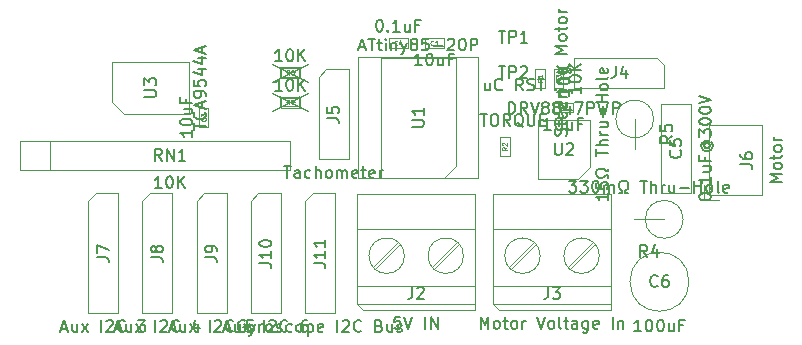
<source format=gbr>
G04 #@! TF.GenerationSoftware,KiCad,Pcbnew,9.0.3*
G04 #@! TF.CreationDate,2025-07-11T16:30:42-04:00*
G04 #@! TF.ProjectId,main,6d61696e-2e6b-4696-9361-645f70636258,rev?*
G04 #@! TF.SameCoordinates,Original*
G04 #@! TF.FileFunction,AssemblyDrawing,Top*
%FSLAX46Y46*%
G04 Gerber Fmt 4.6, Leading zero omitted, Abs format (unit mm)*
G04 Created by KiCad (PCBNEW 9.0.3) date 2025-07-11 16:30:42*
%MOMM*%
%LPD*%
G01*
G04 APERTURE LIST*
%ADD10C,0.150000*%
%ADD11C,0.060000*%
%ADD12C,0.100000*%
G04 APERTURE END LIST*
D10*
X123809523Y-86914819D02*
X124380951Y-86914819D01*
X124095237Y-87914819D02*
X124095237Y-86914819D01*
X125142856Y-87914819D02*
X125142856Y-87391009D01*
X125142856Y-87391009D02*
X125095237Y-87295771D01*
X125095237Y-87295771D02*
X124999999Y-87248152D01*
X124999999Y-87248152D02*
X124809523Y-87248152D01*
X124809523Y-87248152D02*
X124714285Y-87295771D01*
X125142856Y-87867200D02*
X125047618Y-87914819D01*
X125047618Y-87914819D02*
X124809523Y-87914819D01*
X124809523Y-87914819D02*
X124714285Y-87867200D01*
X124714285Y-87867200D02*
X124666666Y-87771961D01*
X124666666Y-87771961D02*
X124666666Y-87676723D01*
X124666666Y-87676723D02*
X124714285Y-87581485D01*
X124714285Y-87581485D02*
X124809523Y-87533866D01*
X124809523Y-87533866D02*
X125047618Y-87533866D01*
X125047618Y-87533866D02*
X125142856Y-87486247D01*
X126047618Y-87867200D02*
X125952380Y-87914819D01*
X125952380Y-87914819D02*
X125761904Y-87914819D01*
X125761904Y-87914819D02*
X125666666Y-87867200D01*
X125666666Y-87867200D02*
X125619047Y-87819580D01*
X125619047Y-87819580D02*
X125571428Y-87724342D01*
X125571428Y-87724342D02*
X125571428Y-87438628D01*
X125571428Y-87438628D02*
X125619047Y-87343390D01*
X125619047Y-87343390D02*
X125666666Y-87295771D01*
X125666666Y-87295771D02*
X125761904Y-87248152D01*
X125761904Y-87248152D02*
X125952380Y-87248152D01*
X125952380Y-87248152D02*
X126047618Y-87295771D01*
X126476190Y-87914819D02*
X126476190Y-86914819D01*
X126904761Y-87914819D02*
X126904761Y-87391009D01*
X126904761Y-87391009D02*
X126857142Y-87295771D01*
X126857142Y-87295771D02*
X126761904Y-87248152D01*
X126761904Y-87248152D02*
X126619047Y-87248152D01*
X126619047Y-87248152D02*
X126523809Y-87295771D01*
X126523809Y-87295771D02*
X126476190Y-87343390D01*
X127523809Y-87914819D02*
X127428571Y-87867200D01*
X127428571Y-87867200D02*
X127380952Y-87819580D01*
X127380952Y-87819580D02*
X127333333Y-87724342D01*
X127333333Y-87724342D02*
X127333333Y-87438628D01*
X127333333Y-87438628D02*
X127380952Y-87343390D01*
X127380952Y-87343390D02*
X127428571Y-87295771D01*
X127428571Y-87295771D02*
X127523809Y-87248152D01*
X127523809Y-87248152D02*
X127666666Y-87248152D01*
X127666666Y-87248152D02*
X127761904Y-87295771D01*
X127761904Y-87295771D02*
X127809523Y-87343390D01*
X127809523Y-87343390D02*
X127857142Y-87438628D01*
X127857142Y-87438628D02*
X127857142Y-87724342D01*
X127857142Y-87724342D02*
X127809523Y-87819580D01*
X127809523Y-87819580D02*
X127761904Y-87867200D01*
X127761904Y-87867200D02*
X127666666Y-87914819D01*
X127666666Y-87914819D02*
X127523809Y-87914819D01*
X128285714Y-87914819D02*
X128285714Y-87248152D01*
X128285714Y-87343390D02*
X128333333Y-87295771D01*
X128333333Y-87295771D02*
X128428571Y-87248152D01*
X128428571Y-87248152D02*
X128571428Y-87248152D01*
X128571428Y-87248152D02*
X128666666Y-87295771D01*
X128666666Y-87295771D02*
X128714285Y-87391009D01*
X128714285Y-87391009D02*
X128714285Y-87914819D01*
X128714285Y-87391009D02*
X128761904Y-87295771D01*
X128761904Y-87295771D02*
X128857142Y-87248152D01*
X128857142Y-87248152D02*
X128999999Y-87248152D01*
X128999999Y-87248152D02*
X129095238Y-87295771D01*
X129095238Y-87295771D02*
X129142857Y-87391009D01*
X129142857Y-87391009D02*
X129142857Y-87914819D01*
X129999999Y-87867200D02*
X129904761Y-87914819D01*
X129904761Y-87914819D02*
X129714285Y-87914819D01*
X129714285Y-87914819D02*
X129619047Y-87867200D01*
X129619047Y-87867200D02*
X129571428Y-87771961D01*
X129571428Y-87771961D02*
X129571428Y-87391009D01*
X129571428Y-87391009D02*
X129619047Y-87295771D01*
X129619047Y-87295771D02*
X129714285Y-87248152D01*
X129714285Y-87248152D02*
X129904761Y-87248152D01*
X129904761Y-87248152D02*
X129999999Y-87295771D01*
X129999999Y-87295771D02*
X130047618Y-87391009D01*
X130047618Y-87391009D02*
X130047618Y-87486247D01*
X130047618Y-87486247D02*
X129571428Y-87581485D01*
X130333333Y-87248152D02*
X130714285Y-87248152D01*
X130476190Y-86914819D02*
X130476190Y-87771961D01*
X130476190Y-87771961D02*
X130523809Y-87867200D01*
X130523809Y-87867200D02*
X130619047Y-87914819D01*
X130619047Y-87914819D02*
X130714285Y-87914819D01*
X131428571Y-87867200D02*
X131333333Y-87914819D01*
X131333333Y-87914819D02*
X131142857Y-87914819D01*
X131142857Y-87914819D02*
X131047619Y-87867200D01*
X131047619Y-87867200D02*
X131000000Y-87771961D01*
X131000000Y-87771961D02*
X131000000Y-87391009D01*
X131000000Y-87391009D02*
X131047619Y-87295771D01*
X131047619Y-87295771D02*
X131142857Y-87248152D01*
X131142857Y-87248152D02*
X131333333Y-87248152D01*
X131333333Y-87248152D02*
X131428571Y-87295771D01*
X131428571Y-87295771D02*
X131476190Y-87391009D01*
X131476190Y-87391009D02*
X131476190Y-87486247D01*
X131476190Y-87486247D02*
X131000000Y-87581485D01*
X131904762Y-87914819D02*
X131904762Y-87248152D01*
X131904762Y-87438628D02*
X131952381Y-87343390D01*
X131952381Y-87343390D02*
X132000000Y-87295771D01*
X132000000Y-87295771D02*
X132095238Y-87248152D01*
X132095238Y-87248152D02*
X132190476Y-87248152D01*
X127454819Y-82873333D02*
X128169104Y-82873333D01*
X128169104Y-82873333D02*
X128311961Y-82920952D01*
X128311961Y-82920952D02*
X128407200Y-83016190D01*
X128407200Y-83016190D02*
X128454819Y-83159047D01*
X128454819Y-83159047D02*
X128454819Y-83254285D01*
X127454819Y-81920952D02*
X127454819Y-82397142D01*
X127454819Y-82397142D02*
X127931009Y-82444761D01*
X127931009Y-82444761D02*
X127883390Y-82397142D01*
X127883390Y-82397142D02*
X127835771Y-82301904D01*
X127835771Y-82301904D02*
X127835771Y-82063809D01*
X127835771Y-82063809D02*
X127883390Y-81968571D01*
X127883390Y-81968571D02*
X127931009Y-81920952D01*
X127931009Y-81920952D02*
X128026247Y-81873333D01*
X128026247Y-81873333D02*
X128264342Y-81873333D01*
X128264342Y-81873333D02*
X128359580Y-81920952D01*
X128359580Y-81920952D02*
X128407200Y-81968571D01*
X128407200Y-81968571D02*
X128454819Y-82063809D01*
X128454819Y-82063809D02*
X128454819Y-82301904D01*
X128454819Y-82301904D02*
X128407200Y-82397142D01*
X128407200Y-82397142D02*
X128359580Y-82444761D01*
X146403571Y-83834819D02*
X145832143Y-83834819D01*
X146117857Y-83834819D02*
X146117857Y-82834819D01*
X146117857Y-82834819D02*
X146022619Y-82977676D01*
X146022619Y-82977676D02*
X145927381Y-83072914D01*
X145927381Y-83072914D02*
X145832143Y-83120533D01*
X147022619Y-82834819D02*
X147117857Y-82834819D01*
X147117857Y-82834819D02*
X147213095Y-82882438D01*
X147213095Y-82882438D02*
X147260714Y-82930057D01*
X147260714Y-82930057D02*
X147308333Y-83025295D01*
X147308333Y-83025295D02*
X147355952Y-83215771D01*
X147355952Y-83215771D02*
X147355952Y-83453866D01*
X147355952Y-83453866D02*
X147308333Y-83644342D01*
X147308333Y-83644342D02*
X147260714Y-83739580D01*
X147260714Y-83739580D02*
X147213095Y-83787200D01*
X147213095Y-83787200D02*
X147117857Y-83834819D01*
X147117857Y-83834819D02*
X147022619Y-83834819D01*
X147022619Y-83834819D02*
X146927381Y-83787200D01*
X146927381Y-83787200D02*
X146879762Y-83739580D01*
X146879762Y-83739580D02*
X146832143Y-83644342D01*
X146832143Y-83644342D02*
X146784524Y-83453866D01*
X146784524Y-83453866D02*
X146784524Y-83215771D01*
X146784524Y-83215771D02*
X146832143Y-83025295D01*
X146832143Y-83025295D02*
X146879762Y-82930057D01*
X146879762Y-82930057D02*
X146927381Y-82882438D01*
X146927381Y-82882438D02*
X147022619Y-82834819D01*
X148213095Y-83168152D02*
X148213095Y-83834819D01*
X147784524Y-83168152D02*
X147784524Y-83691961D01*
X147784524Y-83691961D02*
X147832143Y-83787200D01*
X147832143Y-83787200D02*
X147927381Y-83834819D01*
X147927381Y-83834819D02*
X148070238Y-83834819D01*
X148070238Y-83834819D02*
X148165476Y-83787200D01*
X148165476Y-83787200D02*
X148213095Y-83739580D01*
X149022619Y-83311009D02*
X148689286Y-83311009D01*
X148689286Y-83834819D02*
X148689286Y-82834819D01*
X148689286Y-82834819D02*
X149165476Y-82834819D01*
D11*
X147408333Y-82093832D02*
X147389285Y-82112880D01*
X147389285Y-82112880D02*
X147332143Y-82131927D01*
X147332143Y-82131927D02*
X147294047Y-82131927D01*
X147294047Y-82131927D02*
X147236904Y-82112880D01*
X147236904Y-82112880D02*
X147198809Y-82074784D01*
X147198809Y-82074784D02*
X147179762Y-82036689D01*
X147179762Y-82036689D02*
X147160714Y-81960499D01*
X147160714Y-81960499D02*
X147160714Y-81903356D01*
X147160714Y-81903356D02*
X147179762Y-81827165D01*
X147179762Y-81827165D02*
X147198809Y-81789070D01*
X147198809Y-81789070D02*
X147236904Y-81750975D01*
X147236904Y-81750975D02*
X147294047Y-81731927D01*
X147294047Y-81731927D02*
X147332143Y-81731927D01*
X147332143Y-81731927D02*
X147389285Y-81750975D01*
X147389285Y-81750975D02*
X147408333Y-81770022D01*
X147560714Y-81770022D02*
X147579762Y-81750975D01*
X147579762Y-81750975D02*
X147617857Y-81731927D01*
X147617857Y-81731927D02*
X147713095Y-81731927D01*
X147713095Y-81731927D02*
X147751190Y-81750975D01*
X147751190Y-81750975D02*
X147770238Y-81770022D01*
X147770238Y-81770022D02*
X147789285Y-81808118D01*
X147789285Y-81808118D02*
X147789285Y-81846213D01*
X147789285Y-81846213D02*
X147770238Y-81903356D01*
X147770238Y-81903356D02*
X147541666Y-82131927D01*
X147541666Y-82131927D02*
X147789285Y-82131927D01*
D10*
X114132381Y-100669104D02*
X114608571Y-100669104D01*
X114037143Y-100954819D02*
X114370476Y-99954819D01*
X114370476Y-99954819D02*
X114703809Y-100954819D01*
X115465714Y-100288152D02*
X115465714Y-100954819D01*
X115037143Y-100288152D02*
X115037143Y-100811961D01*
X115037143Y-100811961D02*
X115084762Y-100907200D01*
X115084762Y-100907200D02*
X115180000Y-100954819D01*
X115180000Y-100954819D02*
X115322857Y-100954819D01*
X115322857Y-100954819D02*
X115418095Y-100907200D01*
X115418095Y-100907200D02*
X115465714Y-100859580D01*
X115846667Y-100954819D02*
X116370476Y-100288152D01*
X115846667Y-100288152D02*
X116370476Y-100954819D01*
X117513334Y-100954819D02*
X117513334Y-99954819D01*
X117941905Y-100050057D02*
X117989524Y-100002438D01*
X117989524Y-100002438D02*
X118084762Y-99954819D01*
X118084762Y-99954819D02*
X118322857Y-99954819D01*
X118322857Y-99954819D02*
X118418095Y-100002438D01*
X118418095Y-100002438D02*
X118465714Y-100050057D01*
X118465714Y-100050057D02*
X118513333Y-100145295D01*
X118513333Y-100145295D02*
X118513333Y-100240533D01*
X118513333Y-100240533D02*
X118465714Y-100383390D01*
X118465714Y-100383390D02*
X117894286Y-100954819D01*
X117894286Y-100954819D02*
X118513333Y-100954819D01*
X119513333Y-100859580D02*
X119465714Y-100907200D01*
X119465714Y-100907200D02*
X119322857Y-100954819D01*
X119322857Y-100954819D02*
X119227619Y-100954819D01*
X119227619Y-100954819D02*
X119084762Y-100907200D01*
X119084762Y-100907200D02*
X118989524Y-100811961D01*
X118989524Y-100811961D02*
X118941905Y-100716723D01*
X118941905Y-100716723D02*
X118894286Y-100526247D01*
X118894286Y-100526247D02*
X118894286Y-100383390D01*
X118894286Y-100383390D02*
X118941905Y-100192914D01*
X118941905Y-100192914D02*
X118989524Y-100097676D01*
X118989524Y-100097676D02*
X119084762Y-100002438D01*
X119084762Y-100002438D02*
X119227619Y-99954819D01*
X119227619Y-99954819D02*
X119322857Y-99954819D01*
X119322857Y-99954819D02*
X119465714Y-100002438D01*
X119465714Y-100002438D02*
X119513333Y-100050057D01*
X121180000Y-99954819D02*
X120703810Y-99954819D01*
X120703810Y-99954819D02*
X120656191Y-100431009D01*
X120656191Y-100431009D02*
X120703810Y-100383390D01*
X120703810Y-100383390D02*
X120799048Y-100335771D01*
X120799048Y-100335771D02*
X121037143Y-100335771D01*
X121037143Y-100335771D02*
X121132381Y-100383390D01*
X121132381Y-100383390D02*
X121180000Y-100431009D01*
X121180000Y-100431009D02*
X121227619Y-100526247D01*
X121227619Y-100526247D02*
X121227619Y-100764342D01*
X121227619Y-100764342D02*
X121180000Y-100859580D01*
X121180000Y-100859580D02*
X121132381Y-100907200D01*
X121132381Y-100907200D02*
X121037143Y-100954819D01*
X121037143Y-100954819D02*
X120799048Y-100954819D01*
X120799048Y-100954819D02*
X120703810Y-100907200D01*
X120703810Y-100907200D02*
X120656191Y-100859580D01*
X117134819Y-94643333D02*
X117849104Y-94643333D01*
X117849104Y-94643333D02*
X117991961Y-94690952D01*
X117991961Y-94690952D02*
X118087200Y-94786190D01*
X118087200Y-94786190D02*
X118134819Y-94929047D01*
X118134819Y-94929047D02*
X118134819Y-95024285D01*
X118134819Y-94119523D02*
X118134819Y-93929047D01*
X118134819Y-93929047D02*
X118087200Y-93833809D01*
X118087200Y-93833809D02*
X118039580Y-93786190D01*
X118039580Y-93786190D02*
X117896723Y-93690952D01*
X117896723Y-93690952D02*
X117706247Y-93643333D01*
X117706247Y-93643333D02*
X117325295Y-93643333D01*
X117325295Y-93643333D02*
X117230057Y-93690952D01*
X117230057Y-93690952D02*
X117182438Y-93738571D01*
X117182438Y-93738571D02*
X117134819Y-93833809D01*
X117134819Y-93833809D02*
X117134819Y-94024285D01*
X117134819Y-94024285D02*
X117182438Y-94119523D01*
X117182438Y-94119523D02*
X117230057Y-94167142D01*
X117230057Y-94167142D02*
X117325295Y-94214761D01*
X117325295Y-94214761D02*
X117563390Y-94214761D01*
X117563390Y-94214761D02*
X117658628Y-94167142D01*
X117658628Y-94167142D02*
X117706247Y-94119523D01*
X117706247Y-94119523D02*
X117753866Y-94024285D01*
X117753866Y-94024285D02*
X117753866Y-93833809D01*
X117753866Y-93833809D02*
X117706247Y-93738571D01*
X117706247Y-93738571D02*
X117658628Y-93690952D01*
X117658628Y-93690952D02*
X117563390Y-93643333D01*
X123634523Y-78024819D02*
X123063095Y-78024819D01*
X123348809Y-78024819D02*
X123348809Y-77024819D01*
X123348809Y-77024819D02*
X123253571Y-77167676D01*
X123253571Y-77167676D02*
X123158333Y-77262914D01*
X123158333Y-77262914D02*
X123063095Y-77310533D01*
X124253571Y-77024819D02*
X124348809Y-77024819D01*
X124348809Y-77024819D02*
X124444047Y-77072438D01*
X124444047Y-77072438D02*
X124491666Y-77120057D01*
X124491666Y-77120057D02*
X124539285Y-77215295D01*
X124539285Y-77215295D02*
X124586904Y-77405771D01*
X124586904Y-77405771D02*
X124586904Y-77643866D01*
X124586904Y-77643866D02*
X124539285Y-77834342D01*
X124539285Y-77834342D02*
X124491666Y-77929580D01*
X124491666Y-77929580D02*
X124444047Y-77977200D01*
X124444047Y-77977200D02*
X124348809Y-78024819D01*
X124348809Y-78024819D02*
X124253571Y-78024819D01*
X124253571Y-78024819D02*
X124158333Y-77977200D01*
X124158333Y-77977200D02*
X124110714Y-77929580D01*
X124110714Y-77929580D02*
X124063095Y-77834342D01*
X124063095Y-77834342D02*
X124015476Y-77643866D01*
X124015476Y-77643866D02*
X124015476Y-77405771D01*
X124015476Y-77405771D02*
X124063095Y-77215295D01*
X124063095Y-77215295D02*
X124110714Y-77120057D01*
X124110714Y-77120057D02*
X124158333Y-77072438D01*
X124158333Y-77072438D02*
X124253571Y-77024819D01*
X125015476Y-78024819D02*
X125015476Y-77024819D01*
X125586904Y-78024819D02*
X125158333Y-77453390D01*
X125586904Y-77024819D02*
X125015476Y-77596247D01*
D11*
X124258333Y-79181927D02*
X124125000Y-78991451D01*
X124029762Y-79181927D02*
X124029762Y-78781927D01*
X124029762Y-78781927D02*
X124182143Y-78781927D01*
X124182143Y-78781927D02*
X124220238Y-78800975D01*
X124220238Y-78800975D02*
X124239285Y-78820022D01*
X124239285Y-78820022D02*
X124258333Y-78858118D01*
X124258333Y-78858118D02*
X124258333Y-78915260D01*
X124258333Y-78915260D02*
X124239285Y-78953356D01*
X124239285Y-78953356D02*
X124220238Y-78972403D01*
X124220238Y-78972403D02*
X124182143Y-78991451D01*
X124182143Y-78991451D02*
X124029762Y-78991451D01*
X124601190Y-78781927D02*
X124525000Y-78781927D01*
X124525000Y-78781927D02*
X124486904Y-78800975D01*
X124486904Y-78800975D02*
X124467857Y-78820022D01*
X124467857Y-78820022D02*
X124429762Y-78877165D01*
X124429762Y-78877165D02*
X124410714Y-78953356D01*
X124410714Y-78953356D02*
X124410714Y-79105737D01*
X124410714Y-79105737D02*
X124429762Y-79143832D01*
X124429762Y-79143832D02*
X124448809Y-79162880D01*
X124448809Y-79162880D02*
X124486904Y-79181927D01*
X124486904Y-79181927D02*
X124563095Y-79181927D01*
X124563095Y-79181927D02*
X124601190Y-79162880D01*
X124601190Y-79162880D02*
X124620238Y-79143832D01*
X124620238Y-79143832D02*
X124639285Y-79105737D01*
X124639285Y-79105737D02*
X124639285Y-79010499D01*
X124639285Y-79010499D02*
X124620238Y-78972403D01*
X124620238Y-78972403D02*
X124601190Y-78953356D01*
X124601190Y-78953356D02*
X124563095Y-78934308D01*
X124563095Y-78934308D02*
X124486904Y-78934308D01*
X124486904Y-78934308D02*
X124448809Y-78953356D01*
X124448809Y-78953356D02*
X124429762Y-78972403D01*
X124429762Y-78972403D02*
X124410714Y-79010499D01*
X123939762Y-78981927D02*
X124729285Y-78981927D01*
D10*
X151234819Y-89213810D02*
X151234819Y-89785238D01*
X151234819Y-89499524D02*
X150234819Y-89499524D01*
X150234819Y-89499524D02*
X150377676Y-89594762D01*
X150377676Y-89594762D02*
X150472914Y-89690000D01*
X150472914Y-89690000D02*
X150520533Y-89785238D01*
X150234819Y-88309048D02*
X150234819Y-88785238D01*
X150234819Y-88785238D02*
X150711009Y-88832857D01*
X150711009Y-88832857D02*
X150663390Y-88785238D01*
X150663390Y-88785238D02*
X150615771Y-88690000D01*
X150615771Y-88690000D02*
X150615771Y-88451905D01*
X150615771Y-88451905D02*
X150663390Y-88356667D01*
X150663390Y-88356667D02*
X150711009Y-88309048D01*
X150711009Y-88309048D02*
X150806247Y-88261429D01*
X150806247Y-88261429D02*
X151044342Y-88261429D01*
X151044342Y-88261429D02*
X151139580Y-88309048D01*
X151139580Y-88309048D02*
X151187200Y-88356667D01*
X151187200Y-88356667D02*
X151234819Y-88451905D01*
X151234819Y-88451905D02*
X151234819Y-88690000D01*
X151234819Y-88690000D02*
X151187200Y-88785238D01*
X151187200Y-88785238D02*
X151139580Y-88832857D01*
X151234819Y-87880476D02*
X151234819Y-87642381D01*
X151234819Y-87642381D02*
X151044342Y-87642381D01*
X151044342Y-87642381D02*
X150996723Y-87737619D01*
X150996723Y-87737619D02*
X150901485Y-87832857D01*
X150901485Y-87832857D02*
X150758628Y-87880476D01*
X150758628Y-87880476D02*
X150520533Y-87880476D01*
X150520533Y-87880476D02*
X150377676Y-87832857D01*
X150377676Y-87832857D02*
X150282438Y-87737619D01*
X150282438Y-87737619D02*
X150234819Y-87594762D01*
X150234819Y-87594762D02*
X150234819Y-87404286D01*
X150234819Y-87404286D02*
X150282438Y-87261429D01*
X150282438Y-87261429D02*
X150377676Y-87166191D01*
X150377676Y-87166191D02*
X150520533Y-87118572D01*
X150520533Y-87118572D02*
X150758628Y-87118572D01*
X150758628Y-87118572D02*
X150901485Y-87166191D01*
X150901485Y-87166191D02*
X150996723Y-87261429D01*
X150996723Y-87261429D02*
X151044342Y-87356667D01*
X151044342Y-87356667D02*
X151234819Y-87356667D01*
X151234819Y-87356667D02*
X151234819Y-87118572D01*
X150234819Y-86070952D02*
X150234819Y-85499524D01*
X151234819Y-85785238D02*
X150234819Y-85785238D01*
X151234819Y-85166190D02*
X150234819Y-85166190D01*
X151234819Y-84737619D02*
X150711009Y-84737619D01*
X150711009Y-84737619D02*
X150615771Y-84785238D01*
X150615771Y-84785238D02*
X150568152Y-84880476D01*
X150568152Y-84880476D02*
X150568152Y-85023333D01*
X150568152Y-85023333D02*
X150615771Y-85118571D01*
X150615771Y-85118571D02*
X150663390Y-85166190D01*
X151234819Y-84261428D02*
X150568152Y-84261428D01*
X150758628Y-84261428D02*
X150663390Y-84213809D01*
X150663390Y-84213809D02*
X150615771Y-84166190D01*
X150615771Y-84166190D02*
X150568152Y-84070952D01*
X150568152Y-84070952D02*
X150568152Y-83975714D01*
X150568152Y-83213809D02*
X151234819Y-83213809D01*
X150568152Y-83642380D02*
X151091961Y-83642380D01*
X151091961Y-83642380D02*
X151187200Y-83594761D01*
X151187200Y-83594761D02*
X151234819Y-83499523D01*
X151234819Y-83499523D02*
X151234819Y-83356666D01*
X151234819Y-83356666D02*
X151187200Y-83261428D01*
X151187200Y-83261428D02*
X151139580Y-83213809D01*
X150853866Y-82737618D02*
X150853866Y-81975714D01*
X151234819Y-81499523D02*
X150234819Y-81499523D01*
X150711009Y-81499523D02*
X150711009Y-80928095D01*
X151234819Y-80928095D02*
X150234819Y-80928095D01*
X151234819Y-80309047D02*
X151187200Y-80404285D01*
X151187200Y-80404285D02*
X151139580Y-80451904D01*
X151139580Y-80451904D02*
X151044342Y-80499523D01*
X151044342Y-80499523D02*
X150758628Y-80499523D01*
X150758628Y-80499523D02*
X150663390Y-80451904D01*
X150663390Y-80451904D02*
X150615771Y-80404285D01*
X150615771Y-80404285D02*
X150568152Y-80309047D01*
X150568152Y-80309047D02*
X150568152Y-80166190D01*
X150568152Y-80166190D02*
X150615771Y-80070952D01*
X150615771Y-80070952D02*
X150663390Y-80023333D01*
X150663390Y-80023333D02*
X150758628Y-79975714D01*
X150758628Y-79975714D02*
X151044342Y-79975714D01*
X151044342Y-79975714D02*
X151139580Y-80023333D01*
X151139580Y-80023333D02*
X151187200Y-80070952D01*
X151187200Y-80070952D02*
X151234819Y-80166190D01*
X151234819Y-80166190D02*
X151234819Y-80309047D01*
X151234819Y-79404285D02*
X151187200Y-79499523D01*
X151187200Y-79499523D02*
X151091961Y-79547142D01*
X151091961Y-79547142D02*
X150234819Y-79547142D01*
X151187200Y-78642380D02*
X151234819Y-78737618D01*
X151234819Y-78737618D02*
X151234819Y-78928094D01*
X151234819Y-78928094D02*
X151187200Y-79023332D01*
X151187200Y-79023332D02*
X151091961Y-79070951D01*
X151091961Y-79070951D02*
X150711009Y-79070951D01*
X150711009Y-79070951D02*
X150615771Y-79023332D01*
X150615771Y-79023332D02*
X150568152Y-78928094D01*
X150568152Y-78928094D02*
X150568152Y-78737618D01*
X150568152Y-78737618D02*
X150615771Y-78642380D01*
X150615771Y-78642380D02*
X150711009Y-78594761D01*
X150711009Y-78594761D02*
X150806247Y-78594761D01*
X150806247Y-78594761D02*
X150901485Y-79070951D01*
X156674819Y-84356666D02*
X156198628Y-84689999D01*
X156674819Y-84928094D02*
X155674819Y-84928094D01*
X155674819Y-84928094D02*
X155674819Y-84547142D01*
X155674819Y-84547142D02*
X155722438Y-84451904D01*
X155722438Y-84451904D02*
X155770057Y-84404285D01*
X155770057Y-84404285D02*
X155865295Y-84356666D01*
X155865295Y-84356666D02*
X156008152Y-84356666D01*
X156008152Y-84356666D02*
X156103390Y-84404285D01*
X156103390Y-84404285D02*
X156151009Y-84451904D01*
X156151009Y-84451904D02*
X156198628Y-84547142D01*
X156198628Y-84547142D02*
X156198628Y-84928094D01*
X155674819Y-83451904D02*
X155674819Y-83928094D01*
X155674819Y-83928094D02*
X156151009Y-83975713D01*
X156151009Y-83975713D02*
X156103390Y-83928094D01*
X156103390Y-83928094D02*
X156055771Y-83832856D01*
X156055771Y-83832856D02*
X156055771Y-83594761D01*
X156055771Y-83594761D02*
X156103390Y-83499523D01*
X156103390Y-83499523D02*
X156151009Y-83451904D01*
X156151009Y-83451904D02*
X156246247Y-83404285D01*
X156246247Y-83404285D02*
X156484342Y-83404285D01*
X156484342Y-83404285D02*
X156579580Y-83451904D01*
X156579580Y-83451904D02*
X156627200Y-83499523D01*
X156627200Y-83499523D02*
X156674819Y-83594761D01*
X156674819Y-83594761D02*
X156674819Y-83832856D01*
X156674819Y-83832856D02*
X156627200Y-83928094D01*
X156627200Y-83928094D02*
X156579580Y-83975713D01*
X140440476Y-82504819D02*
X141011904Y-82504819D01*
X140726190Y-83504819D02*
X140726190Y-82504819D01*
X141535714Y-82504819D02*
X141726190Y-82504819D01*
X141726190Y-82504819D02*
X141821428Y-82552438D01*
X141821428Y-82552438D02*
X141916666Y-82647676D01*
X141916666Y-82647676D02*
X141964285Y-82838152D01*
X141964285Y-82838152D02*
X141964285Y-83171485D01*
X141964285Y-83171485D02*
X141916666Y-83361961D01*
X141916666Y-83361961D02*
X141821428Y-83457200D01*
X141821428Y-83457200D02*
X141726190Y-83504819D01*
X141726190Y-83504819D02*
X141535714Y-83504819D01*
X141535714Y-83504819D02*
X141440476Y-83457200D01*
X141440476Y-83457200D02*
X141345238Y-83361961D01*
X141345238Y-83361961D02*
X141297619Y-83171485D01*
X141297619Y-83171485D02*
X141297619Y-82838152D01*
X141297619Y-82838152D02*
X141345238Y-82647676D01*
X141345238Y-82647676D02*
X141440476Y-82552438D01*
X141440476Y-82552438D02*
X141535714Y-82504819D01*
X142964285Y-83504819D02*
X142630952Y-83028628D01*
X142392857Y-83504819D02*
X142392857Y-82504819D01*
X142392857Y-82504819D02*
X142773809Y-82504819D01*
X142773809Y-82504819D02*
X142869047Y-82552438D01*
X142869047Y-82552438D02*
X142916666Y-82600057D01*
X142916666Y-82600057D02*
X142964285Y-82695295D01*
X142964285Y-82695295D02*
X142964285Y-82838152D01*
X142964285Y-82838152D02*
X142916666Y-82933390D01*
X142916666Y-82933390D02*
X142869047Y-82981009D01*
X142869047Y-82981009D02*
X142773809Y-83028628D01*
X142773809Y-83028628D02*
X142392857Y-83028628D01*
X144059523Y-83600057D02*
X143964285Y-83552438D01*
X143964285Y-83552438D02*
X143869047Y-83457200D01*
X143869047Y-83457200D02*
X143726190Y-83314342D01*
X143726190Y-83314342D02*
X143630952Y-83266723D01*
X143630952Y-83266723D02*
X143535714Y-83266723D01*
X143583333Y-83504819D02*
X143488095Y-83457200D01*
X143488095Y-83457200D02*
X143392857Y-83361961D01*
X143392857Y-83361961D02*
X143345238Y-83171485D01*
X143345238Y-83171485D02*
X143345238Y-82838152D01*
X143345238Y-82838152D02*
X143392857Y-82647676D01*
X143392857Y-82647676D02*
X143488095Y-82552438D01*
X143488095Y-82552438D02*
X143583333Y-82504819D01*
X143583333Y-82504819D02*
X143773809Y-82504819D01*
X143773809Y-82504819D02*
X143869047Y-82552438D01*
X143869047Y-82552438D02*
X143964285Y-82647676D01*
X143964285Y-82647676D02*
X144011904Y-82838152D01*
X144011904Y-82838152D02*
X144011904Y-83171485D01*
X144011904Y-83171485D02*
X143964285Y-83361961D01*
X143964285Y-83361961D02*
X143869047Y-83457200D01*
X143869047Y-83457200D02*
X143773809Y-83504819D01*
X143773809Y-83504819D02*
X143583333Y-83504819D01*
X144440476Y-82504819D02*
X144440476Y-83314342D01*
X144440476Y-83314342D02*
X144488095Y-83409580D01*
X144488095Y-83409580D02*
X144535714Y-83457200D01*
X144535714Y-83457200D02*
X144630952Y-83504819D01*
X144630952Y-83504819D02*
X144821428Y-83504819D01*
X144821428Y-83504819D02*
X144916666Y-83457200D01*
X144916666Y-83457200D02*
X144964285Y-83409580D01*
X144964285Y-83409580D02*
X145011904Y-83314342D01*
X145011904Y-83314342D02*
X145011904Y-82504819D01*
X145488095Y-82981009D02*
X145821428Y-82981009D01*
X145964285Y-83504819D02*
X145488095Y-83504819D01*
X145488095Y-83504819D02*
X145488095Y-82504819D01*
X145488095Y-82504819D02*
X145964285Y-82504819D01*
X141988095Y-78454819D02*
X142559523Y-78454819D01*
X142273809Y-79454819D02*
X142273809Y-78454819D01*
X142892857Y-79454819D02*
X142892857Y-78454819D01*
X142892857Y-78454819D02*
X143273809Y-78454819D01*
X143273809Y-78454819D02*
X143369047Y-78502438D01*
X143369047Y-78502438D02*
X143416666Y-78550057D01*
X143416666Y-78550057D02*
X143464285Y-78645295D01*
X143464285Y-78645295D02*
X143464285Y-78788152D01*
X143464285Y-78788152D02*
X143416666Y-78883390D01*
X143416666Y-78883390D02*
X143369047Y-78931009D01*
X143369047Y-78931009D02*
X143273809Y-78978628D01*
X143273809Y-78978628D02*
X142892857Y-78978628D01*
X143845238Y-78550057D02*
X143892857Y-78502438D01*
X143892857Y-78502438D02*
X143988095Y-78454819D01*
X143988095Y-78454819D02*
X144226190Y-78454819D01*
X144226190Y-78454819D02*
X144321428Y-78502438D01*
X144321428Y-78502438D02*
X144369047Y-78550057D01*
X144369047Y-78550057D02*
X144416666Y-78645295D01*
X144416666Y-78645295D02*
X144416666Y-78740533D01*
X144416666Y-78740533D02*
X144369047Y-78883390D01*
X144369047Y-78883390D02*
X143797619Y-79454819D01*
X143797619Y-79454819D02*
X144416666Y-79454819D01*
X158954819Y-89562856D02*
X158954819Y-89467618D01*
X158954819Y-89467618D02*
X159002438Y-89372380D01*
X159002438Y-89372380D02*
X159050057Y-89324761D01*
X159050057Y-89324761D02*
X159145295Y-89277142D01*
X159145295Y-89277142D02*
X159335771Y-89229523D01*
X159335771Y-89229523D02*
X159573866Y-89229523D01*
X159573866Y-89229523D02*
X159764342Y-89277142D01*
X159764342Y-89277142D02*
X159859580Y-89324761D01*
X159859580Y-89324761D02*
X159907200Y-89372380D01*
X159907200Y-89372380D02*
X159954819Y-89467618D01*
X159954819Y-89467618D02*
X159954819Y-89562856D01*
X159954819Y-89562856D02*
X159907200Y-89658094D01*
X159907200Y-89658094D02*
X159859580Y-89705713D01*
X159859580Y-89705713D02*
X159764342Y-89753332D01*
X159764342Y-89753332D02*
X159573866Y-89800951D01*
X159573866Y-89800951D02*
X159335771Y-89800951D01*
X159335771Y-89800951D02*
X159145295Y-89753332D01*
X159145295Y-89753332D02*
X159050057Y-89705713D01*
X159050057Y-89705713D02*
X159002438Y-89658094D01*
X159002438Y-89658094D02*
X158954819Y-89562856D01*
X159859580Y-88800951D02*
X159907200Y-88753332D01*
X159907200Y-88753332D02*
X159954819Y-88800951D01*
X159954819Y-88800951D02*
X159907200Y-88848570D01*
X159907200Y-88848570D02*
X159859580Y-88800951D01*
X159859580Y-88800951D02*
X159954819Y-88800951D01*
X159954819Y-87800952D02*
X159954819Y-88372380D01*
X159954819Y-88086666D02*
X158954819Y-88086666D01*
X158954819Y-88086666D02*
X159097676Y-88181904D01*
X159097676Y-88181904D02*
X159192914Y-88277142D01*
X159192914Y-88277142D02*
X159240533Y-88372380D01*
X159288152Y-86943809D02*
X159954819Y-86943809D01*
X159288152Y-87372380D02*
X159811961Y-87372380D01*
X159811961Y-87372380D02*
X159907200Y-87324761D01*
X159907200Y-87324761D02*
X159954819Y-87229523D01*
X159954819Y-87229523D02*
X159954819Y-87086666D01*
X159954819Y-87086666D02*
X159907200Y-86991428D01*
X159907200Y-86991428D02*
X159859580Y-86943809D01*
X159431009Y-86134285D02*
X159431009Y-86467618D01*
X159954819Y-86467618D02*
X158954819Y-86467618D01*
X158954819Y-86467618D02*
X158954819Y-85991428D01*
X159478628Y-84991428D02*
X159431009Y-85039047D01*
X159431009Y-85039047D02*
X159383390Y-85134285D01*
X159383390Y-85134285D02*
X159383390Y-85229523D01*
X159383390Y-85229523D02*
X159431009Y-85324761D01*
X159431009Y-85324761D02*
X159478628Y-85372380D01*
X159478628Y-85372380D02*
X159573866Y-85419999D01*
X159573866Y-85419999D02*
X159669104Y-85419999D01*
X159669104Y-85419999D02*
X159764342Y-85372380D01*
X159764342Y-85372380D02*
X159811961Y-85324761D01*
X159811961Y-85324761D02*
X159859580Y-85229523D01*
X159859580Y-85229523D02*
X159859580Y-85134285D01*
X159859580Y-85134285D02*
X159811961Y-85039047D01*
X159811961Y-85039047D02*
X159764342Y-84991428D01*
X159383390Y-84991428D02*
X159764342Y-84991428D01*
X159764342Y-84991428D02*
X159811961Y-84943809D01*
X159811961Y-84943809D02*
X159811961Y-84896190D01*
X159811961Y-84896190D02*
X159764342Y-84800951D01*
X159764342Y-84800951D02*
X159669104Y-84753332D01*
X159669104Y-84753332D02*
X159431009Y-84753332D01*
X159431009Y-84753332D02*
X159288152Y-84848571D01*
X159288152Y-84848571D02*
X159192914Y-84991428D01*
X159192914Y-84991428D02*
X159145295Y-85181904D01*
X159145295Y-85181904D02*
X159192914Y-85372380D01*
X159192914Y-85372380D02*
X159288152Y-85515237D01*
X159288152Y-85515237D02*
X159431009Y-85610475D01*
X159431009Y-85610475D02*
X159621485Y-85658094D01*
X159621485Y-85658094D02*
X159811961Y-85610475D01*
X159811961Y-85610475D02*
X159954819Y-85515237D01*
X159954819Y-85515237D02*
X160050057Y-85372380D01*
X160050057Y-85372380D02*
X160097676Y-85181904D01*
X160097676Y-85181904D02*
X160050057Y-84991428D01*
X160050057Y-84991428D02*
X159954819Y-84848571D01*
X158954819Y-84419999D02*
X158954819Y-83800952D01*
X158954819Y-83800952D02*
X159335771Y-84134285D01*
X159335771Y-84134285D02*
X159335771Y-83991428D01*
X159335771Y-83991428D02*
X159383390Y-83896190D01*
X159383390Y-83896190D02*
X159431009Y-83848571D01*
X159431009Y-83848571D02*
X159526247Y-83800952D01*
X159526247Y-83800952D02*
X159764342Y-83800952D01*
X159764342Y-83800952D02*
X159859580Y-83848571D01*
X159859580Y-83848571D02*
X159907200Y-83896190D01*
X159907200Y-83896190D02*
X159954819Y-83991428D01*
X159954819Y-83991428D02*
X159954819Y-84277142D01*
X159954819Y-84277142D02*
X159907200Y-84372380D01*
X159907200Y-84372380D02*
X159859580Y-84419999D01*
X158954819Y-83181904D02*
X158954819Y-83086666D01*
X158954819Y-83086666D02*
X159002438Y-82991428D01*
X159002438Y-82991428D02*
X159050057Y-82943809D01*
X159050057Y-82943809D02*
X159145295Y-82896190D01*
X159145295Y-82896190D02*
X159335771Y-82848571D01*
X159335771Y-82848571D02*
X159573866Y-82848571D01*
X159573866Y-82848571D02*
X159764342Y-82896190D01*
X159764342Y-82896190D02*
X159859580Y-82943809D01*
X159859580Y-82943809D02*
X159907200Y-82991428D01*
X159907200Y-82991428D02*
X159954819Y-83086666D01*
X159954819Y-83086666D02*
X159954819Y-83181904D01*
X159954819Y-83181904D02*
X159907200Y-83277142D01*
X159907200Y-83277142D02*
X159859580Y-83324761D01*
X159859580Y-83324761D02*
X159764342Y-83372380D01*
X159764342Y-83372380D02*
X159573866Y-83419999D01*
X159573866Y-83419999D02*
X159335771Y-83419999D01*
X159335771Y-83419999D02*
X159145295Y-83372380D01*
X159145295Y-83372380D02*
X159050057Y-83324761D01*
X159050057Y-83324761D02*
X159002438Y-83277142D01*
X159002438Y-83277142D02*
X158954819Y-83181904D01*
X158954819Y-82229523D02*
X158954819Y-82134285D01*
X158954819Y-82134285D02*
X159002438Y-82039047D01*
X159002438Y-82039047D02*
X159050057Y-81991428D01*
X159050057Y-81991428D02*
X159145295Y-81943809D01*
X159145295Y-81943809D02*
X159335771Y-81896190D01*
X159335771Y-81896190D02*
X159573866Y-81896190D01*
X159573866Y-81896190D02*
X159764342Y-81943809D01*
X159764342Y-81943809D02*
X159859580Y-81991428D01*
X159859580Y-81991428D02*
X159907200Y-82039047D01*
X159907200Y-82039047D02*
X159954819Y-82134285D01*
X159954819Y-82134285D02*
X159954819Y-82229523D01*
X159954819Y-82229523D02*
X159907200Y-82324761D01*
X159907200Y-82324761D02*
X159859580Y-82372380D01*
X159859580Y-82372380D02*
X159764342Y-82419999D01*
X159764342Y-82419999D02*
X159573866Y-82467618D01*
X159573866Y-82467618D02*
X159335771Y-82467618D01*
X159335771Y-82467618D02*
X159145295Y-82419999D01*
X159145295Y-82419999D02*
X159050057Y-82372380D01*
X159050057Y-82372380D02*
X159002438Y-82324761D01*
X159002438Y-82324761D02*
X158954819Y-82229523D01*
X158954819Y-81610475D02*
X159954819Y-81277142D01*
X159954819Y-81277142D02*
X158954819Y-80943809D01*
X157359580Y-85586666D02*
X157407200Y-85634285D01*
X157407200Y-85634285D02*
X157454819Y-85777142D01*
X157454819Y-85777142D02*
X157454819Y-85872380D01*
X157454819Y-85872380D02*
X157407200Y-86015237D01*
X157407200Y-86015237D02*
X157311961Y-86110475D01*
X157311961Y-86110475D02*
X157216723Y-86158094D01*
X157216723Y-86158094D02*
X157026247Y-86205713D01*
X157026247Y-86205713D02*
X156883390Y-86205713D01*
X156883390Y-86205713D02*
X156692914Y-86158094D01*
X156692914Y-86158094D02*
X156597676Y-86110475D01*
X156597676Y-86110475D02*
X156502438Y-86015237D01*
X156502438Y-86015237D02*
X156454819Y-85872380D01*
X156454819Y-85872380D02*
X156454819Y-85777142D01*
X156454819Y-85777142D02*
X156502438Y-85634285D01*
X156502438Y-85634285D02*
X156550057Y-85586666D01*
X156454819Y-84681904D02*
X156454819Y-85158094D01*
X156454819Y-85158094D02*
X156931009Y-85205713D01*
X156931009Y-85205713D02*
X156883390Y-85158094D01*
X156883390Y-85158094D02*
X156835771Y-85062856D01*
X156835771Y-85062856D02*
X156835771Y-84824761D01*
X156835771Y-84824761D02*
X156883390Y-84729523D01*
X156883390Y-84729523D02*
X156931009Y-84681904D01*
X156931009Y-84681904D02*
X157026247Y-84634285D01*
X157026247Y-84634285D02*
X157264342Y-84634285D01*
X157264342Y-84634285D02*
X157359580Y-84681904D01*
X157359580Y-84681904D02*
X157407200Y-84729523D01*
X157407200Y-84729523D02*
X157454819Y-84824761D01*
X157454819Y-84824761D02*
X157454819Y-85062856D01*
X157454819Y-85062856D02*
X157407200Y-85158094D01*
X157407200Y-85158094D02*
X157359580Y-85205713D01*
D11*
X142681927Y-85311666D02*
X142491451Y-85444999D01*
X142681927Y-85540237D02*
X142281927Y-85540237D01*
X142281927Y-85540237D02*
X142281927Y-85387856D01*
X142281927Y-85387856D02*
X142300975Y-85349761D01*
X142300975Y-85349761D02*
X142320022Y-85330714D01*
X142320022Y-85330714D02*
X142358118Y-85311666D01*
X142358118Y-85311666D02*
X142415260Y-85311666D01*
X142415260Y-85311666D02*
X142453356Y-85330714D01*
X142453356Y-85330714D02*
X142472403Y-85349761D01*
X142472403Y-85349761D02*
X142491451Y-85387856D01*
X142491451Y-85387856D02*
X142491451Y-85540237D01*
X142320022Y-85159285D02*
X142300975Y-85140237D01*
X142300975Y-85140237D02*
X142281927Y-85102142D01*
X142281927Y-85102142D02*
X142281927Y-85006904D01*
X142281927Y-85006904D02*
X142300975Y-84968809D01*
X142300975Y-84968809D02*
X142320022Y-84949761D01*
X142320022Y-84949761D02*
X142358118Y-84930714D01*
X142358118Y-84930714D02*
X142396213Y-84930714D01*
X142396213Y-84930714D02*
X142453356Y-84949761D01*
X142453356Y-84949761D02*
X142681927Y-85178333D01*
X142681927Y-85178333D02*
X142681927Y-84930714D01*
D10*
X148934819Y-80190476D02*
X148934819Y-80761904D01*
X148934819Y-80476190D02*
X147934819Y-80476190D01*
X147934819Y-80476190D02*
X148077676Y-80571428D01*
X148077676Y-80571428D02*
X148172914Y-80666666D01*
X148172914Y-80666666D02*
X148220533Y-80761904D01*
X147934819Y-79571428D02*
X147934819Y-79476190D01*
X147934819Y-79476190D02*
X147982438Y-79380952D01*
X147982438Y-79380952D02*
X148030057Y-79333333D01*
X148030057Y-79333333D02*
X148125295Y-79285714D01*
X148125295Y-79285714D02*
X148315771Y-79238095D01*
X148315771Y-79238095D02*
X148553866Y-79238095D01*
X148553866Y-79238095D02*
X148744342Y-79285714D01*
X148744342Y-79285714D02*
X148839580Y-79333333D01*
X148839580Y-79333333D02*
X148887200Y-79380952D01*
X148887200Y-79380952D02*
X148934819Y-79476190D01*
X148934819Y-79476190D02*
X148934819Y-79571428D01*
X148934819Y-79571428D02*
X148887200Y-79666666D01*
X148887200Y-79666666D02*
X148839580Y-79714285D01*
X148839580Y-79714285D02*
X148744342Y-79761904D01*
X148744342Y-79761904D02*
X148553866Y-79809523D01*
X148553866Y-79809523D02*
X148315771Y-79809523D01*
X148315771Y-79809523D02*
X148125295Y-79761904D01*
X148125295Y-79761904D02*
X148030057Y-79714285D01*
X148030057Y-79714285D02*
X147982438Y-79666666D01*
X147982438Y-79666666D02*
X147934819Y-79571428D01*
X148934819Y-78809523D02*
X147934819Y-78809523D01*
X148934819Y-78238095D02*
X148363390Y-78666666D01*
X147934819Y-78238095D02*
X148506247Y-78809523D01*
D11*
X147231927Y-79566666D02*
X147041451Y-79699999D01*
X147231927Y-79795237D02*
X146831927Y-79795237D01*
X146831927Y-79795237D02*
X146831927Y-79642856D01*
X146831927Y-79642856D02*
X146850975Y-79604761D01*
X146850975Y-79604761D02*
X146870022Y-79585714D01*
X146870022Y-79585714D02*
X146908118Y-79566666D01*
X146908118Y-79566666D02*
X146965260Y-79566666D01*
X146965260Y-79566666D02*
X147003356Y-79585714D01*
X147003356Y-79585714D02*
X147022403Y-79604761D01*
X147022403Y-79604761D02*
X147041451Y-79642856D01*
X147041451Y-79642856D02*
X147041451Y-79795237D01*
X146831927Y-79433333D02*
X146831927Y-79185714D01*
X146831927Y-79185714D02*
X146984308Y-79319047D01*
X146984308Y-79319047D02*
X146984308Y-79261904D01*
X146984308Y-79261904D02*
X147003356Y-79223809D01*
X147003356Y-79223809D02*
X147022403Y-79204761D01*
X147022403Y-79204761D02*
X147060499Y-79185714D01*
X147060499Y-79185714D02*
X147155737Y-79185714D01*
X147155737Y-79185714D02*
X147193832Y-79204761D01*
X147193832Y-79204761D02*
X147212880Y-79223809D01*
X147212880Y-79223809D02*
X147231927Y-79261904D01*
X147231927Y-79261904D02*
X147231927Y-79376190D01*
X147231927Y-79376190D02*
X147212880Y-79414285D01*
X147212880Y-79414285D02*
X147193832Y-79433333D01*
D10*
X109542381Y-100669104D02*
X110018571Y-100669104D01*
X109447143Y-100954819D02*
X109780476Y-99954819D01*
X109780476Y-99954819D02*
X110113809Y-100954819D01*
X110875714Y-100288152D02*
X110875714Y-100954819D01*
X110447143Y-100288152D02*
X110447143Y-100811961D01*
X110447143Y-100811961D02*
X110494762Y-100907200D01*
X110494762Y-100907200D02*
X110590000Y-100954819D01*
X110590000Y-100954819D02*
X110732857Y-100954819D01*
X110732857Y-100954819D02*
X110828095Y-100907200D01*
X110828095Y-100907200D02*
X110875714Y-100859580D01*
X111256667Y-100954819D02*
X111780476Y-100288152D01*
X111256667Y-100288152D02*
X111780476Y-100954819D01*
X112923334Y-100954819D02*
X112923334Y-99954819D01*
X113351905Y-100050057D02*
X113399524Y-100002438D01*
X113399524Y-100002438D02*
X113494762Y-99954819D01*
X113494762Y-99954819D02*
X113732857Y-99954819D01*
X113732857Y-99954819D02*
X113828095Y-100002438D01*
X113828095Y-100002438D02*
X113875714Y-100050057D01*
X113875714Y-100050057D02*
X113923333Y-100145295D01*
X113923333Y-100145295D02*
X113923333Y-100240533D01*
X113923333Y-100240533D02*
X113875714Y-100383390D01*
X113875714Y-100383390D02*
X113304286Y-100954819D01*
X113304286Y-100954819D02*
X113923333Y-100954819D01*
X114923333Y-100859580D02*
X114875714Y-100907200D01*
X114875714Y-100907200D02*
X114732857Y-100954819D01*
X114732857Y-100954819D02*
X114637619Y-100954819D01*
X114637619Y-100954819D02*
X114494762Y-100907200D01*
X114494762Y-100907200D02*
X114399524Y-100811961D01*
X114399524Y-100811961D02*
X114351905Y-100716723D01*
X114351905Y-100716723D02*
X114304286Y-100526247D01*
X114304286Y-100526247D02*
X114304286Y-100383390D01*
X114304286Y-100383390D02*
X114351905Y-100192914D01*
X114351905Y-100192914D02*
X114399524Y-100097676D01*
X114399524Y-100097676D02*
X114494762Y-100002438D01*
X114494762Y-100002438D02*
X114637619Y-99954819D01*
X114637619Y-99954819D02*
X114732857Y-99954819D01*
X114732857Y-99954819D02*
X114875714Y-100002438D01*
X114875714Y-100002438D02*
X114923333Y-100050057D01*
X116542381Y-100288152D02*
X116542381Y-100954819D01*
X116304286Y-99907200D02*
X116066191Y-100621485D01*
X116066191Y-100621485D02*
X116685238Y-100621485D01*
X112544819Y-94643333D02*
X113259104Y-94643333D01*
X113259104Y-94643333D02*
X113401961Y-94690952D01*
X113401961Y-94690952D02*
X113497200Y-94786190D01*
X113497200Y-94786190D02*
X113544819Y-94929047D01*
X113544819Y-94929047D02*
X113544819Y-95024285D01*
X112973390Y-94024285D02*
X112925771Y-94119523D01*
X112925771Y-94119523D02*
X112878152Y-94167142D01*
X112878152Y-94167142D02*
X112782914Y-94214761D01*
X112782914Y-94214761D02*
X112735295Y-94214761D01*
X112735295Y-94214761D02*
X112640057Y-94167142D01*
X112640057Y-94167142D02*
X112592438Y-94119523D01*
X112592438Y-94119523D02*
X112544819Y-94024285D01*
X112544819Y-94024285D02*
X112544819Y-93833809D01*
X112544819Y-93833809D02*
X112592438Y-93738571D01*
X112592438Y-93738571D02*
X112640057Y-93690952D01*
X112640057Y-93690952D02*
X112735295Y-93643333D01*
X112735295Y-93643333D02*
X112782914Y-93643333D01*
X112782914Y-93643333D02*
X112878152Y-93690952D01*
X112878152Y-93690952D02*
X112925771Y-93738571D01*
X112925771Y-93738571D02*
X112973390Y-93833809D01*
X112973390Y-93833809D02*
X112973390Y-94024285D01*
X112973390Y-94024285D02*
X113021009Y-94119523D01*
X113021009Y-94119523D02*
X113068628Y-94167142D01*
X113068628Y-94167142D02*
X113163866Y-94214761D01*
X113163866Y-94214761D02*
X113354342Y-94214761D01*
X113354342Y-94214761D02*
X113449580Y-94167142D01*
X113449580Y-94167142D02*
X113497200Y-94119523D01*
X113497200Y-94119523D02*
X113544819Y-94024285D01*
X113544819Y-94024285D02*
X113544819Y-93833809D01*
X113544819Y-93833809D02*
X113497200Y-93738571D01*
X113497200Y-93738571D02*
X113449580Y-93690952D01*
X113449580Y-93690952D02*
X113354342Y-93643333D01*
X113354342Y-93643333D02*
X113163866Y-93643333D01*
X113163866Y-93643333D02*
X113068628Y-93690952D01*
X113068628Y-93690952D02*
X113021009Y-93738571D01*
X113021009Y-93738571D02*
X112973390Y-93833809D01*
X123634523Y-80524819D02*
X123063095Y-80524819D01*
X123348809Y-80524819D02*
X123348809Y-79524819D01*
X123348809Y-79524819D02*
X123253571Y-79667676D01*
X123253571Y-79667676D02*
X123158333Y-79762914D01*
X123158333Y-79762914D02*
X123063095Y-79810533D01*
X124253571Y-79524819D02*
X124348809Y-79524819D01*
X124348809Y-79524819D02*
X124444047Y-79572438D01*
X124444047Y-79572438D02*
X124491666Y-79620057D01*
X124491666Y-79620057D02*
X124539285Y-79715295D01*
X124539285Y-79715295D02*
X124586904Y-79905771D01*
X124586904Y-79905771D02*
X124586904Y-80143866D01*
X124586904Y-80143866D02*
X124539285Y-80334342D01*
X124539285Y-80334342D02*
X124491666Y-80429580D01*
X124491666Y-80429580D02*
X124444047Y-80477200D01*
X124444047Y-80477200D02*
X124348809Y-80524819D01*
X124348809Y-80524819D02*
X124253571Y-80524819D01*
X124253571Y-80524819D02*
X124158333Y-80477200D01*
X124158333Y-80477200D02*
X124110714Y-80429580D01*
X124110714Y-80429580D02*
X124063095Y-80334342D01*
X124063095Y-80334342D02*
X124015476Y-80143866D01*
X124015476Y-80143866D02*
X124015476Y-79905771D01*
X124015476Y-79905771D02*
X124063095Y-79715295D01*
X124063095Y-79715295D02*
X124110714Y-79620057D01*
X124110714Y-79620057D02*
X124158333Y-79572438D01*
X124158333Y-79572438D02*
X124253571Y-79524819D01*
X125015476Y-80524819D02*
X125015476Y-79524819D01*
X125586904Y-80524819D02*
X125158333Y-79953390D01*
X125586904Y-79524819D02*
X125015476Y-80096247D01*
D11*
X124258333Y-81681927D02*
X124125000Y-81491451D01*
X124029762Y-81681927D02*
X124029762Y-81281927D01*
X124029762Y-81281927D02*
X124182143Y-81281927D01*
X124182143Y-81281927D02*
X124220238Y-81300975D01*
X124220238Y-81300975D02*
X124239285Y-81320022D01*
X124239285Y-81320022D02*
X124258333Y-81358118D01*
X124258333Y-81358118D02*
X124258333Y-81415260D01*
X124258333Y-81415260D02*
X124239285Y-81453356D01*
X124239285Y-81453356D02*
X124220238Y-81472403D01*
X124220238Y-81472403D02*
X124182143Y-81491451D01*
X124182143Y-81491451D02*
X124029762Y-81491451D01*
X124391666Y-81281927D02*
X124658333Y-81281927D01*
X124658333Y-81281927D02*
X124486904Y-81681927D01*
X123939762Y-81481926D02*
X124748331Y-81481926D01*
D10*
X133666666Y-99674819D02*
X133190476Y-99674819D01*
X133190476Y-99674819D02*
X133142857Y-100151009D01*
X133142857Y-100151009D02*
X133190476Y-100103390D01*
X133190476Y-100103390D02*
X133285714Y-100055771D01*
X133285714Y-100055771D02*
X133523809Y-100055771D01*
X133523809Y-100055771D02*
X133619047Y-100103390D01*
X133619047Y-100103390D02*
X133666666Y-100151009D01*
X133666666Y-100151009D02*
X133714285Y-100246247D01*
X133714285Y-100246247D02*
X133714285Y-100484342D01*
X133714285Y-100484342D02*
X133666666Y-100579580D01*
X133666666Y-100579580D02*
X133619047Y-100627200D01*
X133619047Y-100627200D02*
X133523809Y-100674819D01*
X133523809Y-100674819D02*
X133285714Y-100674819D01*
X133285714Y-100674819D02*
X133190476Y-100627200D01*
X133190476Y-100627200D02*
X133142857Y-100579580D01*
X134000000Y-99674819D02*
X134333333Y-100674819D01*
X134333333Y-100674819D02*
X134666666Y-99674819D01*
X135761905Y-100674819D02*
X135761905Y-99674819D01*
X136238095Y-100674819D02*
X136238095Y-99674819D01*
X136238095Y-99674819D02*
X136809523Y-100674819D01*
X136809523Y-100674819D02*
X136809523Y-99674819D01*
X134666666Y-97154819D02*
X134666666Y-97869104D01*
X134666666Y-97869104D02*
X134619047Y-98011961D01*
X134619047Y-98011961D02*
X134523809Y-98107200D01*
X134523809Y-98107200D02*
X134380952Y-98154819D01*
X134380952Y-98154819D02*
X134285714Y-98154819D01*
X135095238Y-97250057D02*
X135142857Y-97202438D01*
X135142857Y-97202438D02*
X135238095Y-97154819D01*
X135238095Y-97154819D02*
X135476190Y-97154819D01*
X135476190Y-97154819D02*
X135571428Y-97202438D01*
X135571428Y-97202438D02*
X135619047Y-97250057D01*
X135619047Y-97250057D02*
X135666666Y-97345295D01*
X135666666Y-97345295D02*
X135666666Y-97440533D01*
X135666666Y-97440533D02*
X135619047Y-97583390D01*
X135619047Y-97583390D02*
X135047619Y-98154819D01*
X135047619Y-98154819D02*
X135666666Y-98154819D01*
X113459523Y-88764819D02*
X112888095Y-88764819D01*
X113173809Y-88764819D02*
X113173809Y-87764819D01*
X113173809Y-87764819D02*
X113078571Y-87907676D01*
X113078571Y-87907676D02*
X112983333Y-88002914D01*
X112983333Y-88002914D02*
X112888095Y-88050533D01*
X114078571Y-87764819D02*
X114173809Y-87764819D01*
X114173809Y-87764819D02*
X114269047Y-87812438D01*
X114269047Y-87812438D02*
X114316666Y-87860057D01*
X114316666Y-87860057D02*
X114364285Y-87955295D01*
X114364285Y-87955295D02*
X114411904Y-88145771D01*
X114411904Y-88145771D02*
X114411904Y-88383866D01*
X114411904Y-88383866D02*
X114364285Y-88574342D01*
X114364285Y-88574342D02*
X114316666Y-88669580D01*
X114316666Y-88669580D02*
X114269047Y-88717200D01*
X114269047Y-88717200D02*
X114173809Y-88764819D01*
X114173809Y-88764819D02*
X114078571Y-88764819D01*
X114078571Y-88764819D02*
X113983333Y-88717200D01*
X113983333Y-88717200D02*
X113935714Y-88669580D01*
X113935714Y-88669580D02*
X113888095Y-88574342D01*
X113888095Y-88574342D02*
X113840476Y-88383866D01*
X113840476Y-88383866D02*
X113840476Y-88145771D01*
X113840476Y-88145771D02*
X113888095Y-87955295D01*
X113888095Y-87955295D02*
X113935714Y-87860057D01*
X113935714Y-87860057D02*
X113983333Y-87812438D01*
X113983333Y-87812438D02*
X114078571Y-87764819D01*
X114840476Y-88764819D02*
X114840476Y-87764819D01*
X115411904Y-88764819D02*
X114983333Y-88193390D01*
X115411904Y-87764819D02*
X114840476Y-88336247D01*
X113459523Y-86454819D02*
X113126190Y-85978628D01*
X112888095Y-86454819D02*
X112888095Y-85454819D01*
X112888095Y-85454819D02*
X113269047Y-85454819D01*
X113269047Y-85454819D02*
X113364285Y-85502438D01*
X113364285Y-85502438D02*
X113411904Y-85550057D01*
X113411904Y-85550057D02*
X113459523Y-85645295D01*
X113459523Y-85645295D02*
X113459523Y-85788152D01*
X113459523Y-85788152D02*
X113411904Y-85883390D01*
X113411904Y-85883390D02*
X113364285Y-85931009D01*
X113364285Y-85931009D02*
X113269047Y-85978628D01*
X113269047Y-85978628D02*
X112888095Y-85978628D01*
X113888095Y-86454819D02*
X113888095Y-85454819D01*
X113888095Y-85454819D02*
X114459523Y-86454819D01*
X114459523Y-86454819D02*
X114459523Y-85454819D01*
X115459523Y-86454819D02*
X114888095Y-86454819D01*
X115173809Y-86454819D02*
X115173809Y-85454819D01*
X115173809Y-85454819D02*
X115078571Y-85597676D01*
X115078571Y-85597676D02*
X114983333Y-85692914D01*
X114983333Y-85692914D02*
X114888095Y-85740533D01*
X118722381Y-100669104D02*
X119198571Y-100669104D01*
X118627143Y-100954819D02*
X118960476Y-99954819D01*
X118960476Y-99954819D02*
X119293809Y-100954819D01*
X120055714Y-100288152D02*
X120055714Y-100954819D01*
X119627143Y-100288152D02*
X119627143Y-100811961D01*
X119627143Y-100811961D02*
X119674762Y-100907200D01*
X119674762Y-100907200D02*
X119770000Y-100954819D01*
X119770000Y-100954819D02*
X119912857Y-100954819D01*
X119912857Y-100954819D02*
X120008095Y-100907200D01*
X120008095Y-100907200D02*
X120055714Y-100859580D01*
X120436667Y-100954819D02*
X120960476Y-100288152D01*
X120436667Y-100288152D02*
X120960476Y-100954819D01*
X122103334Y-100954819D02*
X122103334Y-99954819D01*
X122531905Y-100050057D02*
X122579524Y-100002438D01*
X122579524Y-100002438D02*
X122674762Y-99954819D01*
X122674762Y-99954819D02*
X122912857Y-99954819D01*
X122912857Y-99954819D02*
X123008095Y-100002438D01*
X123008095Y-100002438D02*
X123055714Y-100050057D01*
X123055714Y-100050057D02*
X123103333Y-100145295D01*
X123103333Y-100145295D02*
X123103333Y-100240533D01*
X123103333Y-100240533D02*
X123055714Y-100383390D01*
X123055714Y-100383390D02*
X122484286Y-100954819D01*
X122484286Y-100954819D02*
X123103333Y-100954819D01*
X124103333Y-100859580D02*
X124055714Y-100907200D01*
X124055714Y-100907200D02*
X123912857Y-100954819D01*
X123912857Y-100954819D02*
X123817619Y-100954819D01*
X123817619Y-100954819D02*
X123674762Y-100907200D01*
X123674762Y-100907200D02*
X123579524Y-100811961D01*
X123579524Y-100811961D02*
X123531905Y-100716723D01*
X123531905Y-100716723D02*
X123484286Y-100526247D01*
X123484286Y-100526247D02*
X123484286Y-100383390D01*
X123484286Y-100383390D02*
X123531905Y-100192914D01*
X123531905Y-100192914D02*
X123579524Y-100097676D01*
X123579524Y-100097676D02*
X123674762Y-100002438D01*
X123674762Y-100002438D02*
X123817619Y-99954819D01*
X123817619Y-99954819D02*
X123912857Y-99954819D01*
X123912857Y-99954819D02*
X124055714Y-100002438D01*
X124055714Y-100002438D02*
X124103333Y-100050057D01*
X125722381Y-99954819D02*
X125531905Y-99954819D01*
X125531905Y-99954819D02*
X125436667Y-100002438D01*
X125436667Y-100002438D02*
X125389048Y-100050057D01*
X125389048Y-100050057D02*
X125293810Y-100192914D01*
X125293810Y-100192914D02*
X125246191Y-100383390D01*
X125246191Y-100383390D02*
X125246191Y-100764342D01*
X125246191Y-100764342D02*
X125293810Y-100859580D01*
X125293810Y-100859580D02*
X125341429Y-100907200D01*
X125341429Y-100907200D02*
X125436667Y-100954819D01*
X125436667Y-100954819D02*
X125627143Y-100954819D01*
X125627143Y-100954819D02*
X125722381Y-100907200D01*
X125722381Y-100907200D02*
X125770000Y-100859580D01*
X125770000Y-100859580D02*
X125817619Y-100764342D01*
X125817619Y-100764342D02*
X125817619Y-100526247D01*
X125817619Y-100526247D02*
X125770000Y-100431009D01*
X125770000Y-100431009D02*
X125722381Y-100383390D01*
X125722381Y-100383390D02*
X125627143Y-100335771D01*
X125627143Y-100335771D02*
X125436667Y-100335771D01*
X125436667Y-100335771D02*
X125341429Y-100383390D01*
X125341429Y-100383390D02*
X125293810Y-100431009D01*
X125293810Y-100431009D02*
X125246191Y-100526247D01*
X121724819Y-95119523D02*
X122439104Y-95119523D01*
X122439104Y-95119523D02*
X122581961Y-95167142D01*
X122581961Y-95167142D02*
X122677200Y-95262380D01*
X122677200Y-95262380D02*
X122724819Y-95405237D01*
X122724819Y-95405237D02*
X122724819Y-95500475D01*
X122724819Y-94119523D02*
X122724819Y-94690951D01*
X122724819Y-94405237D02*
X121724819Y-94405237D01*
X121724819Y-94405237D02*
X121867676Y-94500475D01*
X121867676Y-94500475D02*
X121962914Y-94595713D01*
X121962914Y-94595713D02*
X122010533Y-94690951D01*
X121724819Y-93500475D02*
X121724819Y-93405237D01*
X121724819Y-93405237D02*
X121772438Y-93309999D01*
X121772438Y-93309999D02*
X121820057Y-93262380D01*
X121820057Y-93262380D02*
X121915295Y-93214761D01*
X121915295Y-93214761D02*
X122105771Y-93167142D01*
X122105771Y-93167142D02*
X122343866Y-93167142D01*
X122343866Y-93167142D02*
X122534342Y-93214761D01*
X122534342Y-93214761D02*
X122629580Y-93262380D01*
X122629580Y-93262380D02*
X122677200Y-93309999D01*
X122677200Y-93309999D02*
X122724819Y-93405237D01*
X122724819Y-93405237D02*
X122724819Y-93500475D01*
X122724819Y-93500475D02*
X122677200Y-93595713D01*
X122677200Y-93595713D02*
X122629580Y-93643332D01*
X122629580Y-93643332D02*
X122534342Y-93690951D01*
X122534342Y-93690951D02*
X122343866Y-93738570D01*
X122343866Y-93738570D02*
X122105771Y-93738570D01*
X122105771Y-93738570D02*
X121915295Y-93690951D01*
X121915295Y-93690951D02*
X121820057Y-93643332D01*
X121820057Y-93643332D02*
X121772438Y-93595713D01*
X121772438Y-93595713D02*
X121724819Y-93500475D01*
X131832143Y-74524819D02*
X131927381Y-74524819D01*
X131927381Y-74524819D02*
X132022619Y-74572438D01*
X132022619Y-74572438D02*
X132070238Y-74620057D01*
X132070238Y-74620057D02*
X132117857Y-74715295D01*
X132117857Y-74715295D02*
X132165476Y-74905771D01*
X132165476Y-74905771D02*
X132165476Y-75143866D01*
X132165476Y-75143866D02*
X132117857Y-75334342D01*
X132117857Y-75334342D02*
X132070238Y-75429580D01*
X132070238Y-75429580D02*
X132022619Y-75477200D01*
X132022619Y-75477200D02*
X131927381Y-75524819D01*
X131927381Y-75524819D02*
X131832143Y-75524819D01*
X131832143Y-75524819D02*
X131736905Y-75477200D01*
X131736905Y-75477200D02*
X131689286Y-75429580D01*
X131689286Y-75429580D02*
X131641667Y-75334342D01*
X131641667Y-75334342D02*
X131594048Y-75143866D01*
X131594048Y-75143866D02*
X131594048Y-74905771D01*
X131594048Y-74905771D02*
X131641667Y-74715295D01*
X131641667Y-74715295D02*
X131689286Y-74620057D01*
X131689286Y-74620057D02*
X131736905Y-74572438D01*
X131736905Y-74572438D02*
X131832143Y-74524819D01*
X132594048Y-75429580D02*
X132641667Y-75477200D01*
X132641667Y-75477200D02*
X132594048Y-75524819D01*
X132594048Y-75524819D02*
X132546429Y-75477200D01*
X132546429Y-75477200D02*
X132594048Y-75429580D01*
X132594048Y-75429580D02*
X132594048Y-75524819D01*
X133594047Y-75524819D02*
X133022619Y-75524819D01*
X133308333Y-75524819D02*
X133308333Y-74524819D01*
X133308333Y-74524819D02*
X133213095Y-74667676D01*
X133213095Y-74667676D02*
X133117857Y-74762914D01*
X133117857Y-74762914D02*
X133022619Y-74810533D01*
X134451190Y-74858152D02*
X134451190Y-75524819D01*
X134022619Y-74858152D02*
X134022619Y-75381961D01*
X134022619Y-75381961D02*
X134070238Y-75477200D01*
X134070238Y-75477200D02*
X134165476Y-75524819D01*
X134165476Y-75524819D02*
X134308333Y-75524819D01*
X134308333Y-75524819D02*
X134403571Y-75477200D01*
X134403571Y-75477200D02*
X134451190Y-75429580D01*
X135260714Y-75001009D02*
X134927381Y-75001009D01*
X134927381Y-75524819D02*
X134927381Y-74524819D01*
X134927381Y-74524819D02*
X135403571Y-74524819D01*
D11*
X133408333Y-76643832D02*
X133389285Y-76662880D01*
X133389285Y-76662880D02*
X133332143Y-76681927D01*
X133332143Y-76681927D02*
X133294047Y-76681927D01*
X133294047Y-76681927D02*
X133236904Y-76662880D01*
X133236904Y-76662880D02*
X133198809Y-76624784D01*
X133198809Y-76624784D02*
X133179762Y-76586689D01*
X133179762Y-76586689D02*
X133160714Y-76510499D01*
X133160714Y-76510499D02*
X133160714Y-76453356D01*
X133160714Y-76453356D02*
X133179762Y-76377165D01*
X133179762Y-76377165D02*
X133198809Y-76339070D01*
X133198809Y-76339070D02*
X133236904Y-76300975D01*
X133236904Y-76300975D02*
X133294047Y-76281927D01*
X133294047Y-76281927D02*
X133332143Y-76281927D01*
X133332143Y-76281927D02*
X133389285Y-76300975D01*
X133389285Y-76300975D02*
X133408333Y-76320022D01*
X133751190Y-76415260D02*
X133751190Y-76681927D01*
X133655952Y-76262880D02*
X133560714Y-76548594D01*
X133560714Y-76548594D02*
X133808333Y-76548594D01*
D10*
X104952381Y-100669104D02*
X105428571Y-100669104D01*
X104857143Y-100954819D02*
X105190476Y-99954819D01*
X105190476Y-99954819D02*
X105523809Y-100954819D01*
X106285714Y-100288152D02*
X106285714Y-100954819D01*
X105857143Y-100288152D02*
X105857143Y-100811961D01*
X105857143Y-100811961D02*
X105904762Y-100907200D01*
X105904762Y-100907200D02*
X106000000Y-100954819D01*
X106000000Y-100954819D02*
X106142857Y-100954819D01*
X106142857Y-100954819D02*
X106238095Y-100907200D01*
X106238095Y-100907200D02*
X106285714Y-100859580D01*
X106666667Y-100954819D02*
X107190476Y-100288152D01*
X106666667Y-100288152D02*
X107190476Y-100954819D01*
X108333334Y-100954819D02*
X108333334Y-99954819D01*
X108761905Y-100050057D02*
X108809524Y-100002438D01*
X108809524Y-100002438D02*
X108904762Y-99954819D01*
X108904762Y-99954819D02*
X109142857Y-99954819D01*
X109142857Y-99954819D02*
X109238095Y-100002438D01*
X109238095Y-100002438D02*
X109285714Y-100050057D01*
X109285714Y-100050057D02*
X109333333Y-100145295D01*
X109333333Y-100145295D02*
X109333333Y-100240533D01*
X109333333Y-100240533D02*
X109285714Y-100383390D01*
X109285714Y-100383390D02*
X108714286Y-100954819D01*
X108714286Y-100954819D02*
X109333333Y-100954819D01*
X110333333Y-100859580D02*
X110285714Y-100907200D01*
X110285714Y-100907200D02*
X110142857Y-100954819D01*
X110142857Y-100954819D02*
X110047619Y-100954819D01*
X110047619Y-100954819D02*
X109904762Y-100907200D01*
X109904762Y-100907200D02*
X109809524Y-100811961D01*
X109809524Y-100811961D02*
X109761905Y-100716723D01*
X109761905Y-100716723D02*
X109714286Y-100526247D01*
X109714286Y-100526247D02*
X109714286Y-100383390D01*
X109714286Y-100383390D02*
X109761905Y-100192914D01*
X109761905Y-100192914D02*
X109809524Y-100097676D01*
X109809524Y-100097676D02*
X109904762Y-100002438D01*
X109904762Y-100002438D02*
X110047619Y-99954819D01*
X110047619Y-99954819D02*
X110142857Y-99954819D01*
X110142857Y-99954819D02*
X110285714Y-100002438D01*
X110285714Y-100002438D02*
X110333333Y-100050057D01*
X111428572Y-99954819D02*
X112047619Y-99954819D01*
X112047619Y-99954819D02*
X111714286Y-100335771D01*
X111714286Y-100335771D02*
X111857143Y-100335771D01*
X111857143Y-100335771D02*
X111952381Y-100383390D01*
X111952381Y-100383390D02*
X112000000Y-100431009D01*
X112000000Y-100431009D02*
X112047619Y-100526247D01*
X112047619Y-100526247D02*
X112047619Y-100764342D01*
X112047619Y-100764342D02*
X112000000Y-100859580D01*
X112000000Y-100859580D02*
X111952381Y-100907200D01*
X111952381Y-100907200D02*
X111857143Y-100954819D01*
X111857143Y-100954819D02*
X111571429Y-100954819D01*
X111571429Y-100954819D02*
X111476191Y-100907200D01*
X111476191Y-100907200D02*
X111428572Y-100859580D01*
X107954819Y-94643333D02*
X108669104Y-94643333D01*
X108669104Y-94643333D02*
X108811961Y-94690952D01*
X108811961Y-94690952D02*
X108907200Y-94786190D01*
X108907200Y-94786190D02*
X108954819Y-94929047D01*
X108954819Y-94929047D02*
X108954819Y-95024285D01*
X107954819Y-94262380D02*
X107954819Y-93595714D01*
X107954819Y-93595714D02*
X108954819Y-94024285D01*
X147954819Y-80365476D02*
X147954819Y-80936904D01*
X147954819Y-80651190D02*
X146954819Y-80651190D01*
X146954819Y-80651190D02*
X147097676Y-80746428D01*
X147097676Y-80746428D02*
X147192914Y-80841666D01*
X147192914Y-80841666D02*
X147240533Y-80936904D01*
X146954819Y-79746428D02*
X146954819Y-79651190D01*
X146954819Y-79651190D02*
X147002438Y-79555952D01*
X147002438Y-79555952D02*
X147050057Y-79508333D01*
X147050057Y-79508333D02*
X147145295Y-79460714D01*
X147145295Y-79460714D02*
X147335771Y-79413095D01*
X147335771Y-79413095D02*
X147573866Y-79413095D01*
X147573866Y-79413095D02*
X147764342Y-79460714D01*
X147764342Y-79460714D02*
X147859580Y-79508333D01*
X147859580Y-79508333D02*
X147907200Y-79555952D01*
X147907200Y-79555952D02*
X147954819Y-79651190D01*
X147954819Y-79651190D02*
X147954819Y-79746428D01*
X147954819Y-79746428D02*
X147907200Y-79841666D01*
X147907200Y-79841666D02*
X147859580Y-79889285D01*
X147859580Y-79889285D02*
X147764342Y-79936904D01*
X147764342Y-79936904D02*
X147573866Y-79984523D01*
X147573866Y-79984523D02*
X147335771Y-79984523D01*
X147335771Y-79984523D02*
X147145295Y-79936904D01*
X147145295Y-79936904D02*
X147050057Y-79889285D01*
X147050057Y-79889285D02*
X147002438Y-79841666D01*
X147002438Y-79841666D02*
X146954819Y-79746428D01*
X147954819Y-78984523D02*
X146954819Y-78984523D01*
X147954819Y-78413095D02*
X147383390Y-78841666D01*
X146954819Y-78413095D02*
X147526247Y-78984523D01*
D11*
X145681927Y-79566666D02*
X145491451Y-79699999D01*
X145681927Y-79795237D02*
X145281927Y-79795237D01*
X145281927Y-79795237D02*
X145281927Y-79642856D01*
X145281927Y-79642856D02*
X145300975Y-79604761D01*
X145300975Y-79604761D02*
X145320022Y-79585714D01*
X145320022Y-79585714D02*
X145358118Y-79566666D01*
X145358118Y-79566666D02*
X145415260Y-79566666D01*
X145415260Y-79566666D02*
X145453356Y-79585714D01*
X145453356Y-79585714D02*
X145472403Y-79604761D01*
X145472403Y-79604761D02*
X145491451Y-79642856D01*
X145491451Y-79642856D02*
X145491451Y-79795237D01*
X145681927Y-79185714D02*
X145681927Y-79414285D01*
X145681927Y-79299999D02*
X145281927Y-79299999D01*
X145281927Y-79299999D02*
X145339070Y-79338095D01*
X145339070Y-79338095D02*
X145377165Y-79376190D01*
X145377165Y-79376190D02*
X145396213Y-79414285D01*
D10*
X116024819Y-83846428D02*
X116024819Y-84417856D01*
X116024819Y-84132142D02*
X115024819Y-84132142D01*
X115024819Y-84132142D02*
X115167676Y-84227380D01*
X115167676Y-84227380D02*
X115262914Y-84322618D01*
X115262914Y-84322618D02*
X115310533Y-84417856D01*
X115024819Y-83227380D02*
X115024819Y-83132142D01*
X115024819Y-83132142D02*
X115072438Y-83036904D01*
X115072438Y-83036904D02*
X115120057Y-82989285D01*
X115120057Y-82989285D02*
X115215295Y-82941666D01*
X115215295Y-82941666D02*
X115405771Y-82894047D01*
X115405771Y-82894047D02*
X115643866Y-82894047D01*
X115643866Y-82894047D02*
X115834342Y-82941666D01*
X115834342Y-82941666D02*
X115929580Y-82989285D01*
X115929580Y-82989285D02*
X115977200Y-83036904D01*
X115977200Y-83036904D02*
X116024819Y-83132142D01*
X116024819Y-83132142D02*
X116024819Y-83227380D01*
X116024819Y-83227380D02*
X115977200Y-83322618D01*
X115977200Y-83322618D02*
X115929580Y-83370237D01*
X115929580Y-83370237D02*
X115834342Y-83417856D01*
X115834342Y-83417856D02*
X115643866Y-83465475D01*
X115643866Y-83465475D02*
X115405771Y-83465475D01*
X115405771Y-83465475D02*
X115215295Y-83417856D01*
X115215295Y-83417856D02*
X115120057Y-83370237D01*
X115120057Y-83370237D02*
X115072438Y-83322618D01*
X115072438Y-83322618D02*
X115024819Y-83227380D01*
X115358152Y-82036904D02*
X116024819Y-82036904D01*
X115358152Y-82465475D02*
X115881961Y-82465475D01*
X115881961Y-82465475D02*
X115977200Y-82417856D01*
X115977200Y-82417856D02*
X116024819Y-82322618D01*
X116024819Y-82322618D02*
X116024819Y-82179761D01*
X116024819Y-82179761D02*
X115977200Y-82084523D01*
X115977200Y-82084523D02*
X115929580Y-82036904D01*
X115501009Y-81227380D02*
X115501009Y-81560713D01*
X116024819Y-81560713D02*
X115024819Y-81560713D01*
X115024819Y-81560713D02*
X115024819Y-81084523D01*
D11*
X117143832Y-82841666D02*
X117162880Y-82860714D01*
X117162880Y-82860714D02*
X117181927Y-82917856D01*
X117181927Y-82917856D02*
X117181927Y-82955952D01*
X117181927Y-82955952D02*
X117162880Y-83013095D01*
X117162880Y-83013095D02*
X117124784Y-83051190D01*
X117124784Y-83051190D02*
X117086689Y-83070237D01*
X117086689Y-83070237D02*
X117010499Y-83089285D01*
X117010499Y-83089285D02*
X116953356Y-83089285D01*
X116953356Y-83089285D02*
X116877165Y-83070237D01*
X116877165Y-83070237D02*
X116839070Y-83051190D01*
X116839070Y-83051190D02*
X116800975Y-83013095D01*
X116800975Y-83013095D02*
X116781927Y-82955952D01*
X116781927Y-82955952D02*
X116781927Y-82917856D01*
X116781927Y-82917856D02*
X116800975Y-82860714D01*
X116800975Y-82860714D02*
X116820022Y-82841666D01*
X116781927Y-82708333D02*
X116781927Y-82460714D01*
X116781927Y-82460714D02*
X116934308Y-82594047D01*
X116934308Y-82594047D02*
X116934308Y-82536904D01*
X116934308Y-82536904D02*
X116953356Y-82498809D01*
X116953356Y-82498809D02*
X116972403Y-82479761D01*
X116972403Y-82479761D02*
X117010499Y-82460714D01*
X117010499Y-82460714D02*
X117105737Y-82460714D01*
X117105737Y-82460714D02*
X117143832Y-82479761D01*
X117143832Y-82479761D02*
X117162880Y-82498809D01*
X117162880Y-82498809D02*
X117181927Y-82536904D01*
X117181927Y-82536904D02*
X117181927Y-82651190D01*
X117181927Y-82651190D02*
X117162880Y-82689285D01*
X117162880Y-82689285D02*
X117143832Y-82708333D01*
D10*
X154052380Y-100904819D02*
X153480952Y-100904819D01*
X153766666Y-100904819D02*
X153766666Y-99904819D01*
X153766666Y-99904819D02*
X153671428Y-100047676D01*
X153671428Y-100047676D02*
X153576190Y-100142914D01*
X153576190Y-100142914D02*
X153480952Y-100190533D01*
X154671428Y-99904819D02*
X154766666Y-99904819D01*
X154766666Y-99904819D02*
X154861904Y-99952438D01*
X154861904Y-99952438D02*
X154909523Y-100000057D01*
X154909523Y-100000057D02*
X154957142Y-100095295D01*
X154957142Y-100095295D02*
X155004761Y-100285771D01*
X155004761Y-100285771D02*
X155004761Y-100523866D01*
X155004761Y-100523866D02*
X154957142Y-100714342D01*
X154957142Y-100714342D02*
X154909523Y-100809580D01*
X154909523Y-100809580D02*
X154861904Y-100857200D01*
X154861904Y-100857200D02*
X154766666Y-100904819D01*
X154766666Y-100904819D02*
X154671428Y-100904819D01*
X154671428Y-100904819D02*
X154576190Y-100857200D01*
X154576190Y-100857200D02*
X154528571Y-100809580D01*
X154528571Y-100809580D02*
X154480952Y-100714342D01*
X154480952Y-100714342D02*
X154433333Y-100523866D01*
X154433333Y-100523866D02*
X154433333Y-100285771D01*
X154433333Y-100285771D02*
X154480952Y-100095295D01*
X154480952Y-100095295D02*
X154528571Y-100000057D01*
X154528571Y-100000057D02*
X154576190Y-99952438D01*
X154576190Y-99952438D02*
X154671428Y-99904819D01*
X155623809Y-99904819D02*
X155719047Y-99904819D01*
X155719047Y-99904819D02*
X155814285Y-99952438D01*
X155814285Y-99952438D02*
X155861904Y-100000057D01*
X155861904Y-100000057D02*
X155909523Y-100095295D01*
X155909523Y-100095295D02*
X155957142Y-100285771D01*
X155957142Y-100285771D02*
X155957142Y-100523866D01*
X155957142Y-100523866D02*
X155909523Y-100714342D01*
X155909523Y-100714342D02*
X155861904Y-100809580D01*
X155861904Y-100809580D02*
X155814285Y-100857200D01*
X155814285Y-100857200D02*
X155719047Y-100904819D01*
X155719047Y-100904819D02*
X155623809Y-100904819D01*
X155623809Y-100904819D02*
X155528571Y-100857200D01*
X155528571Y-100857200D02*
X155480952Y-100809580D01*
X155480952Y-100809580D02*
X155433333Y-100714342D01*
X155433333Y-100714342D02*
X155385714Y-100523866D01*
X155385714Y-100523866D02*
X155385714Y-100285771D01*
X155385714Y-100285771D02*
X155433333Y-100095295D01*
X155433333Y-100095295D02*
X155480952Y-100000057D01*
X155480952Y-100000057D02*
X155528571Y-99952438D01*
X155528571Y-99952438D02*
X155623809Y-99904819D01*
X156814285Y-100238152D02*
X156814285Y-100904819D01*
X156385714Y-100238152D02*
X156385714Y-100761961D01*
X156385714Y-100761961D02*
X156433333Y-100857200D01*
X156433333Y-100857200D02*
X156528571Y-100904819D01*
X156528571Y-100904819D02*
X156671428Y-100904819D01*
X156671428Y-100904819D02*
X156766666Y-100857200D01*
X156766666Y-100857200D02*
X156814285Y-100809580D01*
X157623809Y-100381009D02*
X157290476Y-100381009D01*
X157290476Y-100904819D02*
X157290476Y-99904819D01*
X157290476Y-99904819D02*
X157766666Y-99904819D01*
X155433333Y-97059580D02*
X155385714Y-97107200D01*
X155385714Y-97107200D02*
X155242857Y-97154819D01*
X155242857Y-97154819D02*
X155147619Y-97154819D01*
X155147619Y-97154819D02*
X155004762Y-97107200D01*
X155004762Y-97107200D02*
X154909524Y-97011961D01*
X154909524Y-97011961D02*
X154861905Y-96916723D01*
X154861905Y-96916723D02*
X154814286Y-96726247D01*
X154814286Y-96726247D02*
X154814286Y-96583390D01*
X154814286Y-96583390D02*
X154861905Y-96392914D01*
X154861905Y-96392914D02*
X154909524Y-96297676D01*
X154909524Y-96297676D02*
X155004762Y-96202438D01*
X155004762Y-96202438D02*
X155147619Y-96154819D01*
X155147619Y-96154819D02*
X155242857Y-96154819D01*
X155242857Y-96154819D02*
X155385714Y-96202438D01*
X155385714Y-96202438D02*
X155433333Y-96250057D01*
X156290476Y-96154819D02*
X156100000Y-96154819D01*
X156100000Y-96154819D02*
X156004762Y-96202438D01*
X156004762Y-96202438D02*
X155957143Y-96250057D01*
X155957143Y-96250057D02*
X155861905Y-96392914D01*
X155861905Y-96392914D02*
X155814286Y-96583390D01*
X155814286Y-96583390D02*
X155814286Y-96964342D01*
X155814286Y-96964342D02*
X155861905Y-97059580D01*
X155861905Y-97059580D02*
X155909524Y-97107200D01*
X155909524Y-97107200D02*
X156004762Y-97154819D01*
X156004762Y-97154819D02*
X156195238Y-97154819D01*
X156195238Y-97154819D02*
X156290476Y-97107200D01*
X156290476Y-97107200D02*
X156338095Y-97059580D01*
X156338095Y-97059580D02*
X156385714Y-96964342D01*
X156385714Y-96964342D02*
X156385714Y-96726247D01*
X156385714Y-96726247D02*
X156338095Y-96631009D01*
X156338095Y-96631009D02*
X156290476Y-96583390D01*
X156290476Y-96583390D02*
X156195238Y-96535771D01*
X156195238Y-96535771D02*
X156004762Y-96535771D01*
X156004762Y-96535771D02*
X155909524Y-96583390D01*
X155909524Y-96583390D02*
X155861905Y-96631009D01*
X155861905Y-96631009D02*
X155814286Y-96726247D01*
X130190000Y-76839104D02*
X130666190Y-76839104D01*
X130094762Y-77124819D02*
X130428095Y-76124819D01*
X130428095Y-76124819D02*
X130761428Y-77124819D01*
X130951905Y-76124819D02*
X131523333Y-76124819D01*
X131237619Y-77124819D02*
X131237619Y-76124819D01*
X131713810Y-76458152D02*
X132094762Y-76458152D01*
X131856667Y-76124819D02*
X131856667Y-76981961D01*
X131856667Y-76981961D02*
X131904286Y-77077200D01*
X131904286Y-77077200D02*
X131999524Y-77124819D01*
X131999524Y-77124819D02*
X132094762Y-77124819D01*
X132428096Y-77124819D02*
X132428096Y-76458152D01*
X132428096Y-76124819D02*
X132380477Y-76172438D01*
X132380477Y-76172438D02*
X132428096Y-76220057D01*
X132428096Y-76220057D02*
X132475715Y-76172438D01*
X132475715Y-76172438D02*
X132428096Y-76124819D01*
X132428096Y-76124819D02*
X132428096Y-76220057D01*
X132904286Y-76458152D02*
X132904286Y-77124819D01*
X132904286Y-76553390D02*
X132951905Y-76505771D01*
X132951905Y-76505771D02*
X133047143Y-76458152D01*
X133047143Y-76458152D02*
X133190000Y-76458152D01*
X133190000Y-76458152D02*
X133285238Y-76505771D01*
X133285238Y-76505771D02*
X133332857Y-76601009D01*
X133332857Y-76601009D02*
X133332857Y-77124819D01*
X133713810Y-76458152D02*
X133951905Y-77124819D01*
X134190000Y-76458152D02*
X133951905Y-77124819D01*
X133951905Y-77124819D02*
X133856667Y-77362914D01*
X133856667Y-77362914D02*
X133809048Y-77410533D01*
X133809048Y-77410533D02*
X133713810Y-77458152D01*
X134713810Y-76553390D02*
X134618572Y-76505771D01*
X134618572Y-76505771D02*
X134570953Y-76458152D01*
X134570953Y-76458152D02*
X134523334Y-76362914D01*
X134523334Y-76362914D02*
X134523334Y-76315295D01*
X134523334Y-76315295D02*
X134570953Y-76220057D01*
X134570953Y-76220057D02*
X134618572Y-76172438D01*
X134618572Y-76172438D02*
X134713810Y-76124819D01*
X134713810Y-76124819D02*
X134904286Y-76124819D01*
X134904286Y-76124819D02*
X134999524Y-76172438D01*
X134999524Y-76172438D02*
X135047143Y-76220057D01*
X135047143Y-76220057D02*
X135094762Y-76315295D01*
X135094762Y-76315295D02*
X135094762Y-76362914D01*
X135094762Y-76362914D02*
X135047143Y-76458152D01*
X135047143Y-76458152D02*
X134999524Y-76505771D01*
X134999524Y-76505771D02*
X134904286Y-76553390D01*
X134904286Y-76553390D02*
X134713810Y-76553390D01*
X134713810Y-76553390D02*
X134618572Y-76601009D01*
X134618572Y-76601009D02*
X134570953Y-76648628D01*
X134570953Y-76648628D02*
X134523334Y-76743866D01*
X134523334Y-76743866D02*
X134523334Y-76934342D01*
X134523334Y-76934342D02*
X134570953Y-77029580D01*
X134570953Y-77029580D02*
X134618572Y-77077200D01*
X134618572Y-77077200D02*
X134713810Y-77124819D01*
X134713810Y-77124819D02*
X134904286Y-77124819D01*
X134904286Y-77124819D02*
X134999524Y-77077200D01*
X134999524Y-77077200D02*
X135047143Y-77029580D01*
X135047143Y-77029580D02*
X135094762Y-76934342D01*
X135094762Y-76934342D02*
X135094762Y-76743866D01*
X135094762Y-76743866D02*
X135047143Y-76648628D01*
X135047143Y-76648628D02*
X134999524Y-76601009D01*
X134999524Y-76601009D02*
X134904286Y-76553390D01*
X135999524Y-76124819D02*
X135523334Y-76124819D01*
X135523334Y-76124819D02*
X135475715Y-76601009D01*
X135475715Y-76601009D02*
X135523334Y-76553390D01*
X135523334Y-76553390D02*
X135618572Y-76505771D01*
X135618572Y-76505771D02*
X135856667Y-76505771D01*
X135856667Y-76505771D02*
X135951905Y-76553390D01*
X135951905Y-76553390D02*
X135999524Y-76601009D01*
X135999524Y-76601009D02*
X136047143Y-76696247D01*
X136047143Y-76696247D02*
X136047143Y-76934342D01*
X136047143Y-76934342D02*
X135999524Y-77029580D01*
X135999524Y-77029580D02*
X135951905Y-77077200D01*
X135951905Y-77077200D02*
X135856667Y-77124819D01*
X135856667Y-77124819D02*
X135618572Y-77124819D01*
X135618572Y-77124819D02*
X135523334Y-77077200D01*
X135523334Y-77077200D02*
X135475715Y-77029580D01*
X136475715Y-76743866D02*
X137237620Y-76743866D01*
X137666191Y-76220057D02*
X137713810Y-76172438D01*
X137713810Y-76172438D02*
X137809048Y-76124819D01*
X137809048Y-76124819D02*
X138047143Y-76124819D01*
X138047143Y-76124819D02*
X138142381Y-76172438D01*
X138142381Y-76172438D02*
X138190000Y-76220057D01*
X138190000Y-76220057D02*
X138237619Y-76315295D01*
X138237619Y-76315295D02*
X138237619Y-76410533D01*
X138237619Y-76410533D02*
X138190000Y-76553390D01*
X138190000Y-76553390D02*
X137618572Y-77124819D01*
X137618572Y-77124819D02*
X138237619Y-77124819D01*
X138856667Y-76124819D02*
X138951905Y-76124819D01*
X138951905Y-76124819D02*
X139047143Y-76172438D01*
X139047143Y-76172438D02*
X139094762Y-76220057D01*
X139094762Y-76220057D02*
X139142381Y-76315295D01*
X139142381Y-76315295D02*
X139190000Y-76505771D01*
X139190000Y-76505771D02*
X139190000Y-76743866D01*
X139190000Y-76743866D02*
X139142381Y-76934342D01*
X139142381Y-76934342D02*
X139094762Y-77029580D01*
X139094762Y-77029580D02*
X139047143Y-77077200D01*
X139047143Y-77077200D02*
X138951905Y-77124819D01*
X138951905Y-77124819D02*
X138856667Y-77124819D01*
X138856667Y-77124819D02*
X138761429Y-77077200D01*
X138761429Y-77077200D02*
X138713810Y-77029580D01*
X138713810Y-77029580D02*
X138666191Y-76934342D01*
X138666191Y-76934342D02*
X138618572Y-76743866D01*
X138618572Y-76743866D02*
X138618572Y-76505771D01*
X138618572Y-76505771D02*
X138666191Y-76315295D01*
X138666191Y-76315295D02*
X138713810Y-76220057D01*
X138713810Y-76220057D02*
X138761429Y-76172438D01*
X138761429Y-76172438D02*
X138856667Y-76124819D01*
X139618572Y-77124819D02*
X139618572Y-76124819D01*
X139618572Y-76124819D02*
X139999524Y-76124819D01*
X139999524Y-76124819D02*
X140094762Y-76172438D01*
X140094762Y-76172438D02*
X140142381Y-76220057D01*
X140142381Y-76220057D02*
X140190000Y-76315295D01*
X140190000Y-76315295D02*
X140190000Y-76458152D01*
X140190000Y-76458152D02*
X140142381Y-76553390D01*
X140142381Y-76553390D02*
X140094762Y-76601009D01*
X140094762Y-76601009D02*
X139999524Y-76648628D01*
X139999524Y-76648628D02*
X139618572Y-76648628D01*
X134644819Y-83571904D02*
X135454342Y-83571904D01*
X135454342Y-83571904D02*
X135549580Y-83524285D01*
X135549580Y-83524285D02*
X135597200Y-83476666D01*
X135597200Y-83476666D02*
X135644819Y-83381428D01*
X135644819Y-83381428D02*
X135644819Y-83190952D01*
X135644819Y-83190952D02*
X135597200Y-83095714D01*
X135597200Y-83095714D02*
X135549580Y-83048095D01*
X135549580Y-83048095D02*
X135454342Y-83000476D01*
X135454342Y-83000476D02*
X134644819Y-83000476D01*
X135644819Y-82000476D02*
X135644819Y-82571904D01*
X135644819Y-82286190D02*
X134644819Y-82286190D01*
X134644819Y-82286190D02*
X134787676Y-82381428D01*
X134787676Y-82381428D02*
X134882914Y-82476666D01*
X134882914Y-82476666D02*
X134930533Y-82571904D01*
X140452380Y-100674819D02*
X140452380Y-99674819D01*
X140452380Y-99674819D02*
X140785713Y-100389104D01*
X140785713Y-100389104D02*
X141119046Y-99674819D01*
X141119046Y-99674819D02*
X141119046Y-100674819D01*
X141738094Y-100674819D02*
X141642856Y-100627200D01*
X141642856Y-100627200D02*
X141595237Y-100579580D01*
X141595237Y-100579580D02*
X141547618Y-100484342D01*
X141547618Y-100484342D02*
X141547618Y-100198628D01*
X141547618Y-100198628D02*
X141595237Y-100103390D01*
X141595237Y-100103390D02*
X141642856Y-100055771D01*
X141642856Y-100055771D02*
X141738094Y-100008152D01*
X141738094Y-100008152D02*
X141880951Y-100008152D01*
X141880951Y-100008152D02*
X141976189Y-100055771D01*
X141976189Y-100055771D02*
X142023808Y-100103390D01*
X142023808Y-100103390D02*
X142071427Y-100198628D01*
X142071427Y-100198628D02*
X142071427Y-100484342D01*
X142071427Y-100484342D02*
X142023808Y-100579580D01*
X142023808Y-100579580D02*
X141976189Y-100627200D01*
X141976189Y-100627200D02*
X141880951Y-100674819D01*
X141880951Y-100674819D02*
X141738094Y-100674819D01*
X142357142Y-100008152D02*
X142738094Y-100008152D01*
X142499999Y-99674819D02*
X142499999Y-100531961D01*
X142499999Y-100531961D02*
X142547618Y-100627200D01*
X142547618Y-100627200D02*
X142642856Y-100674819D01*
X142642856Y-100674819D02*
X142738094Y-100674819D01*
X143214285Y-100674819D02*
X143119047Y-100627200D01*
X143119047Y-100627200D02*
X143071428Y-100579580D01*
X143071428Y-100579580D02*
X143023809Y-100484342D01*
X143023809Y-100484342D02*
X143023809Y-100198628D01*
X143023809Y-100198628D02*
X143071428Y-100103390D01*
X143071428Y-100103390D02*
X143119047Y-100055771D01*
X143119047Y-100055771D02*
X143214285Y-100008152D01*
X143214285Y-100008152D02*
X143357142Y-100008152D01*
X143357142Y-100008152D02*
X143452380Y-100055771D01*
X143452380Y-100055771D02*
X143499999Y-100103390D01*
X143499999Y-100103390D02*
X143547618Y-100198628D01*
X143547618Y-100198628D02*
X143547618Y-100484342D01*
X143547618Y-100484342D02*
X143499999Y-100579580D01*
X143499999Y-100579580D02*
X143452380Y-100627200D01*
X143452380Y-100627200D02*
X143357142Y-100674819D01*
X143357142Y-100674819D02*
X143214285Y-100674819D01*
X143976190Y-100674819D02*
X143976190Y-100008152D01*
X143976190Y-100198628D02*
X144023809Y-100103390D01*
X144023809Y-100103390D02*
X144071428Y-100055771D01*
X144071428Y-100055771D02*
X144166666Y-100008152D01*
X144166666Y-100008152D02*
X144261904Y-100008152D01*
X145214286Y-99674819D02*
X145547619Y-100674819D01*
X145547619Y-100674819D02*
X145880952Y-99674819D01*
X146357143Y-100674819D02*
X146261905Y-100627200D01*
X146261905Y-100627200D02*
X146214286Y-100579580D01*
X146214286Y-100579580D02*
X146166667Y-100484342D01*
X146166667Y-100484342D02*
X146166667Y-100198628D01*
X146166667Y-100198628D02*
X146214286Y-100103390D01*
X146214286Y-100103390D02*
X146261905Y-100055771D01*
X146261905Y-100055771D02*
X146357143Y-100008152D01*
X146357143Y-100008152D02*
X146500000Y-100008152D01*
X146500000Y-100008152D02*
X146595238Y-100055771D01*
X146595238Y-100055771D02*
X146642857Y-100103390D01*
X146642857Y-100103390D02*
X146690476Y-100198628D01*
X146690476Y-100198628D02*
X146690476Y-100484342D01*
X146690476Y-100484342D02*
X146642857Y-100579580D01*
X146642857Y-100579580D02*
X146595238Y-100627200D01*
X146595238Y-100627200D02*
X146500000Y-100674819D01*
X146500000Y-100674819D02*
X146357143Y-100674819D01*
X147261905Y-100674819D02*
X147166667Y-100627200D01*
X147166667Y-100627200D02*
X147119048Y-100531961D01*
X147119048Y-100531961D02*
X147119048Y-99674819D01*
X147500001Y-100008152D02*
X147880953Y-100008152D01*
X147642858Y-99674819D02*
X147642858Y-100531961D01*
X147642858Y-100531961D02*
X147690477Y-100627200D01*
X147690477Y-100627200D02*
X147785715Y-100674819D01*
X147785715Y-100674819D02*
X147880953Y-100674819D01*
X148642858Y-100674819D02*
X148642858Y-100151009D01*
X148642858Y-100151009D02*
X148595239Y-100055771D01*
X148595239Y-100055771D02*
X148500001Y-100008152D01*
X148500001Y-100008152D02*
X148309525Y-100008152D01*
X148309525Y-100008152D02*
X148214287Y-100055771D01*
X148642858Y-100627200D02*
X148547620Y-100674819D01*
X148547620Y-100674819D02*
X148309525Y-100674819D01*
X148309525Y-100674819D02*
X148214287Y-100627200D01*
X148214287Y-100627200D02*
X148166668Y-100531961D01*
X148166668Y-100531961D02*
X148166668Y-100436723D01*
X148166668Y-100436723D02*
X148214287Y-100341485D01*
X148214287Y-100341485D02*
X148309525Y-100293866D01*
X148309525Y-100293866D02*
X148547620Y-100293866D01*
X148547620Y-100293866D02*
X148642858Y-100246247D01*
X149547620Y-100008152D02*
X149547620Y-100817676D01*
X149547620Y-100817676D02*
X149500001Y-100912914D01*
X149500001Y-100912914D02*
X149452382Y-100960533D01*
X149452382Y-100960533D02*
X149357144Y-101008152D01*
X149357144Y-101008152D02*
X149214287Y-101008152D01*
X149214287Y-101008152D02*
X149119049Y-100960533D01*
X149547620Y-100627200D02*
X149452382Y-100674819D01*
X149452382Y-100674819D02*
X149261906Y-100674819D01*
X149261906Y-100674819D02*
X149166668Y-100627200D01*
X149166668Y-100627200D02*
X149119049Y-100579580D01*
X149119049Y-100579580D02*
X149071430Y-100484342D01*
X149071430Y-100484342D02*
X149071430Y-100198628D01*
X149071430Y-100198628D02*
X149119049Y-100103390D01*
X149119049Y-100103390D02*
X149166668Y-100055771D01*
X149166668Y-100055771D02*
X149261906Y-100008152D01*
X149261906Y-100008152D02*
X149452382Y-100008152D01*
X149452382Y-100008152D02*
X149547620Y-100055771D01*
X150404763Y-100627200D02*
X150309525Y-100674819D01*
X150309525Y-100674819D02*
X150119049Y-100674819D01*
X150119049Y-100674819D02*
X150023811Y-100627200D01*
X150023811Y-100627200D02*
X149976192Y-100531961D01*
X149976192Y-100531961D02*
X149976192Y-100151009D01*
X149976192Y-100151009D02*
X150023811Y-100055771D01*
X150023811Y-100055771D02*
X150119049Y-100008152D01*
X150119049Y-100008152D02*
X150309525Y-100008152D01*
X150309525Y-100008152D02*
X150404763Y-100055771D01*
X150404763Y-100055771D02*
X150452382Y-100151009D01*
X150452382Y-100151009D02*
X150452382Y-100246247D01*
X150452382Y-100246247D02*
X149976192Y-100341485D01*
X151642859Y-100674819D02*
X151642859Y-99674819D01*
X152119049Y-100008152D02*
X152119049Y-100674819D01*
X152119049Y-100103390D02*
X152166668Y-100055771D01*
X152166668Y-100055771D02*
X152261906Y-100008152D01*
X152261906Y-100008152D02*
X152404763Y-100008152D01*
X152404763Y-100008152D02*
X152500001Y-100055771D01*
X152500001Y-100055771D02*
X152547620Y-100151009D01*
X152547620Y-100151009D02*
X152547620Y-100674819D01*
X146166666Y-97154819D02*
X146166666Y-97869104D01*
X146166666Y-97869104D02*
X146119047Y-98011961D01*
X146119047Y-98011961D02*
X146023809Y-98107200D01*
X146023809Y-98107200D02*
X145880952Y-98154819D01*
X145880952Y-98154819D02*
X145785714Y-98154819D01*
X146547619Y-97154819D02*
X147166666Y-97154819D01*
X147166666Y-97154819D02*
X146833333Y-97535771D01*
X146833333Y-97535771D02*
X146976190Y-97535771D01*
X146976190Y-97535771D02*
X147071428Y-97583390D01*
X147071428Y-97583390D02*
X147119047Y-97631009D01*
X147119047Y-97631009D02*
X147166666Y-97726247D01*
X147166666Y-97726247D02*
X147166666Y-97964342D01*
X147166666Y-97964342D02*
X147119047Y-98059580D01*
X147119047Y-98059580D02*
X147071428Y-98107200D01*
X147071428Y-98107200D02*
X146976190Y-98154819D01*
X146976190Y-98154819D02*
X146690476Y-98154819D01*
X146690476Y-98154819D02*
X146595238Y-98107200D01*
X146595238Y-98107200D02*
X146547619Y-98059580D01*
X165954819Y-88253333D02*
X164954819Y-88253333D01*
X164954819Y-88253333D02*
X165669104Y-87920000D01*
X165669104Y-87920000D02*
X164954819Y-87586667D01*
X164954819Y-87586667D02*
X165954819Y-87586667D01*
X165954819Y-86967619D02*
X165907200Y-87062857D01*
X165907200Y-87062857D02*
X165859580Y-87110476D01*
X165859580Y-87110476D02*
X165764342Y-87158095D01*
X165764342Y-87158095D02*
X165478628Y-87158095D01*
X165478628Y-87158095D02*
X165383390Y-87110476D01*
X165383390Y-87110476D02*
X165335771Y-87062857D01*
X165335771Y-87062857D02*
X165288152Y-86967619D01*
X165288152Y-86967619D02*
X165288152Y-86824762D01*
X165288152Y-86824762D02*
X165335771Y-86729524D01*
X165335771Y-86729524D02*
X165383390Y-86681905D01*
X165383390Y-86681905D02*
X165478628Y-86634286D01*
X165478628Y-86634286D02*
X165764342Y-86634286D01*
X165764342Y-86634286D02*
X165859580Y-86681905D01*
X165859580Y-86681905D02*
X165907200Y-86729524D01*
X165907200Y-86729524D02*
X165954819Y-86824762D01*
X165954819Y-86824762D02*
X165954819Y-86967619D01*
X165288152Y-86348571D02*
X165288152Y-85967619D01*
X164954819Y-86205714D02*
X165811961Y-86205714D01*
X165811961Y-86205714D02*
X165907200Y-86158095D01*
X165907200Y-86158095D02*
X165954819Y-86062857D01*
X165954819Y-86062857D02*
X165954819Y-85967619D01*
X165954819Y-85491428D02*
X165907200Y-85586666D01*
X165907200Y-85586666D02*
X165859580Y-85634285D01*
X165859580Y-85634285D02*
X165764342Y-85681904D01*
X165764342Y-85681904D02*
X165478628Y-85681904D01*
X165478628Y-85681904D02*
X165383390Y-85634285D01*
X165383390Y-85634285D02*
X165335771Y-85586666D01*
X165335771Y-85586666D02*
X165288152Y-85491428D01*
X165288152Y-85491428D02*
X165288152Y-85348571D01*
X165288152Y-85348571D02*
X165335771Y-85253333D01*
X165335771Y-85253333D02*
X165383390Y-85205714D01*
X165383390Y-85205714D02*
X165478628Y-85158095D01*
X165478628Y-85158095D02*
X165764342Y-85158095D01*
X165764342Y-85158095D02*
X165859580Y-85205714D01*
X165859580Y-85205714D02*
X165907200Y-85253333D01*
X165907200Y-85253333D02*
X165954819Y-85348571D01*
X165954819Y-85348571D02*
X165954819Y-85491428D01*
X165954819Y-84729523D02*
X165288152Y-84729523D01*
X165478628Y-84729523D02*
X165383390Y-84681904D01*
X165383390Y-84681904D02*
X165335771Y-84634285D01*
X165335771Y-84634285D02*
X165288152Y-84539047D01*
X165288152Y-84539047D02*
X165288152Y-84443809D01*
X162454819Y-86753333D02*
X163169104Y-86753333D01*
X163169104Y-86753333D02*
X163311961Y-86800952D01*
X163311961Y-86800952D02*
X163407200Y-86896190D01*
X163407200Y-86896190D02*
X163454819Y-87039047D01*
X163454819Y-87039047D02*
X163454819Y-87134285D01*
X162454819Y-85848571D02*
X162454819Y-86039047D01*
X162454819Y-86039047D02*
X162502438Y-86134285D01*
X162502438Y-86134285D02*
X162550057Y-86181904D01*
X162550057Y-86181904D02*
X162692914Y-86277142D01*
X162692914Y-86277142D02*
X162883390Y-86324761D01*
X162883390Y-86324761D02*
X163264342Y-86324761D01*
X163264342Y-86324761D02*
X163359580Y-86277142D01*
X163359580Y-86277142D02*
X163407200Y-86229523D01*
X163407200Y-86229523D02*
X163454819Y-86134285D01*
X163454819Y-86134285D02*
X163454819Y-85943809D01*
X163454819Y-85943809D02*
X163407200Y-85848571D01*
X163407200Y-85848571D02*
X163359580Y-85800952D01*
X163359580Y-85800952D02*
X163264342Y-85753333D01*
X163264342Y-85753333D02*
X163026247Y-85753333D01*
X163026247Y-85753333D02*
X162931009Y-85800952D01*
X162931009Y-85800952D02*
X162883390Y-85848571D01*
X162883390Y-85848571D02*
X162835771Y-85943809D01*
X162835771Y-85943809D02*
X162835771Y-86134285D01*
X162835771Y-86134285D02*
X162883390Y-86229523D01*
X162883390Y-86229523D02*
X162931009Y-86277142D01*
X162931009Y-86277142D02*
X163026247Y-86324761D01*
X116179819Y-83822618D02*
X116179819Y-83251190D01*
X117179819Y-83536904D02*
X116179819Y-83536904D01*
X117084580Y-82346428D02*
X117132200Y-82394047D01*
X117132200Y-82394047D02*
X117179819Y-82536904D01*
X117179819Y-82536904D02*
X117179819Y-82632142D01*
X117179819Y-82632142D02*
X117132200Y-82774999D01*
X117132200Y-82774999D02*
X117036961Y-82870237D01*
X117036961Y-82870237D02*
X116941723Y-82917856D01*
X116941723Y-82917856D02*
X116751247Y-82965475D01*
X116751247Y-82965475D02*
X116608390Y-82965475D01*
X116608390Y-82965475D02*
X116417914Y-82917856D01*
X116417914Y-82917856D02*
X116322676Y-82870237D01*
X116322676Y-82870237D02*
X116227438Y-82774999D01*
X116227438Y-82774999D02*
X116179819Y-82632142D01*
X116179819Y-82632142D02*
X116179819Y-82536904D01*
X116179819Y-82536904D02*
X116227438Y-82394047D01*
X116227438Y-82394047D02*
X116275057Y-82346428D01*
X116894104Y-81965475D02*
X116894104Y-81489285D01*
X117179819Y-82060713D02*
X116179819Y-81727380D01*
X116179819Y-81727380D02*
X117179819Y-81394047D01*
X117179819Y-81013094D02*
X117179819Y-80822618D01*
X117179819Y-80822618D02*
X117132200Y-80727380D01*
X117132200Y-80727380D02*
X117084580Y-80679761D01*
X117084580Y-80679761D02*
X116941723Y-80584523D01*
X116941723Y-80584523D02*
X116751247Y-80536904D01*
X116751247Y-80536904D02*
X116370295Y-80536904D01*
X116370295Y-80536904D02*
X116275057Y-80584523D01*
X116275057Y-80584523D02*
X116227438Y-80632142D01*
X116227438Y-80632142D02*
X116179819Y-80727380D01*
X116179819Y-80727380D02*
X116179819Y-80917856D01*
X116179819Y-80917856D02*
X116227438Y-81013094D01*
X116227438Y-81013094D02*
X116275057Y-81060713D01*
X116275057Y-81060713D02*
X116370295Y-81108332D01*
X116370295Y-81108332D02*
X116608390Y-81108332D01*
X116608390Y-81108332D02*
X116703628Y-81060713D01*
X116703628Y-81060713D02*
X116751247Y-81013094D01*
X116751247Y-81013094D02*
X116798866Y-80917856D01*
X116798866Y-80917856D02*
X116798866Y-80727380D01*
X116798866Y-80727380D02*
X116751247Y-80632142D01*
X116751247Y-80632142D02*
X116703628Y-80584523D01*
X116703628Y-80584523D02*
X116608390Y-80536904D01*
X116179819Y-79632142D02*
X116179819Y-80108332D01*
X116179819Y-80108332D02*
X116656009Y-80155951D01*
X116656009Y-80155951D02*
X116608390Y-80108332D01*
X116608390Y-80108332D02*
X116560771Y-80013094D01*
X116560771Y-80013094D02*
X116560771Y-79774999D01*
X116560771Y-79774999D02*
X116608390Y-79679761D01*
X116608390Y-79679761D02*
X116656009Y-79632142D01*
X116656009Y-79632142D02*
X116751247Y-79584523D01*
X116751247Y-79584523D02*
X116989342Y-79584523D01*
X116989342Y-79584523D02*
X117084580Y-79632142D01*
X117084580Y-79632142D02*
X117132200Y-79679761D01*
X117132200Y-79679761D02*
X117179819Y-79774999D01*
X117179819Y-79774999D02*
X117179819Y-80013094D01*
X117179819Y-80013094D02*
X117132200Y-80108332D01*
X117132200Y-80108332D02*
X117084580Y-80155951D01*
X116513152Y-78727380D02*
X117179819Y-78727380D01*
X116132200Y-78965475D02*
X116846485Y-79203570D01*
X116846485Y-79203570D02*
X116846485Y-78584523D01*
X116513152Y-77774999D02*
X117179819Y-77774999D01*
X116132200Y-78013094D02*
X116846485Y-78251189D01*
X116846485Y-78251189D02*
X116846485Y-77632142D01*
X116894104Y-77298808D02*
X116894104Y-76822618D01*
X117179819Y-77394046D02*
X116179819Y-77060713D01*
X116179819Y-77060713D02*
X117179819Y-76727380D01*
X111979819Y-81036904D02*
X112789342Y-81036904D01*
X112789342Y-81036904D02*
X112884580Y-80989285D01*
X112884580Y-80989285D02*
X112932200Y-80941666D01*
X112932200Y-80941666D02*
X112979819Y-80846428D01*
X112979819Y-80846428D02*
X112979819Y-80655952D01*
X112979819Y-80655952D02*
X112932200Y-80560714D01*
X112932200Y-80560714D02*
X112884580Y-80513095D01*
X112884580Y-80513095D02*
X112789342Y-80465476D01*
X112789342Y-80465476D02*
X111979819Y-80465476D01*
X111979819Y-80084523D02*
X111979819Y-79465476D01*
X111979819Y-79465476D02*
X112360771Y-79798809D01*
X112360771Y-79798809D02*
X112360771Y-79655952D01*
X112360771Y-79655952D02*
X112408390Y-79560714D01*
X112408390Y-79560714D02*
X112456009Y-79513095D01*
X112456009Y-79513095D02*
X112551247Y-79465476D01*
X112551247Y-79465476D02*
X112789342Y-79465476D01*
X112789342Y-79465476D02*
X112884580Y-79513095D01*
X112884580Y-79513095D02*
X112932200Y-79560714D01*
X112932200Y-79560714D02*
X112979819Y-79655952D01*
X112979819Y-79655952D02*
X112979819Y-79941666D01*
X112979819Y-79941666D02*
X112932200Y-80036904D01*
X112932200Y-80036904D02*
X112884580Y-80084523D01*
X120479046Y-100002438D02*
X120383808Y-99954819D01*
X120383808Y-99954819D02*
X120240951Y-99954819D01*
X120240951Y-99954819D02*
X120098094Y-100002438D01*
X120098094Y-100002438D02*
X120002856Y-100097676D01*
X120002856Y-100097676D02*
X119955237Y-100192914D01*
X119955237Y-100192914D02*
X119907618Y-100383390D01*
X119907618Y-100383390D02*
X119907618Y-100526247D01*
X119907618Y-100526247D02*
X119955237Y-100716723D01*
X119955237Y-100716723D02*
X120002856Y-100811961D01*
X120002856Y-100811961D02*
X120098094Y-100907200D01*
X120098094Y-100907200D02*
X120240951Y-100954819D01*
X120240951Y-100954819D02*
X120336189Y-100954819D01*
X120336189Y-100954819D02*
X120479046Y-100907200D01*
X120479046Y-100907200D02*
X120526665Y-100859580D01*
X120526665Y-100859580D02*
X120526665Y-100526247D01*
X120526665Y-100526247D02*
X120336189Y-100526247D01*
X120859999Y-100288152D02*
X121098094Y-100954819D01*
X121336189Y-100288152D02*
X121098094Y-100954819D01*
X121098094Y-100954819D02*
X121002856Y-101192914D01*
X121002856Y-101192914D02*
X120955237Y-101240533D01*
X120955237Y-101240533D02*
X120859999Y-101288152D01*
X121717142Y-100954819D02*
X121717142Y-100288152D01*
X121717142Y-100478628D02*
X121764761Y-100383390D01*
X121764761Y-100383390D02*
X121812380Y-100335771D01*
X121812380Y-100335771D02*
X121907618Y-100288152D01*
X121907618Y-100288152D02*
X122002856Y-100288152D01*
X122479047Y-100954819D02*
X122383809Y-100907200D01*
X122383809Y-100907200D02*
X122336190Y-100859580D01*
X122336190Y-100859580D02*
X122288571Y-100764342D01*
X122288571Y-100764342D02*
X122288571Y-100478628D01*
X122288571Y-100478628D02*
X122336190Y-100383390D01*
X122336190Y-100383390D02*
X122383809Y-100335771D01*
X122383809Y-100335771D02*
X122479047Y-100288152D01*
X122479047Y-100288152D02*
X122621904Y-100288152D01*
X122621904Y-100288152D02*
X122717142Y-100335771D01*
X122717142Y-100335771D02*
X122764761Y-100383390D01*
X122764761Y-100383390D02*
X122812380Y-100478628D01*
X122812380Y-100478628D02*
X122812380Y-100764342D01*
X122812380Y-100764342D02*
X122764761Y-100859580D01*
X122764761Y-100859580D02*
X122717142Y-100907200D01*
X122717142Y-100907200D02*
X122621904Y-100954819D01*
X122621904Y-100954819D02*
X122479047Y-100954819D01*
X123193333Y-100907200D02*
X123288571Y-100954819D01*
X123288571Y-100954819D02*
X123479047Y-100954819D01*
X123479047Y-100954819D02*
X123574285Y-100907200D01*
X123574285Y-100907200D02*
X123621904Y-100811961D01*
X123621904Y-100811961D02*
X123621904Y-100764342D01*
X123621904Y-100764342D02*
X123574285Y-100669104D01*
X123574285Y-100669104D02*
X123479047Y-100621485D01*
X123479047Y-100621485D02*
X123336190Y-100621485D01*
X123336190Y-100621485D02*
X123240952Y-100573866D01*
X123240952Y-100573866D02*
X123193333Y-100478628D01*
X123193333Y-100478628D02*
X123193333Y-100431009D01*
X123193333Y-100431009D02*
X123240952Y-100335771D01*
X123240952Y-100335771D02*
X123336190Y-100288152D01*
X123336190Y-100288152D02*
X123479047Y-100288152D01*
X123479047Y-100288152D02*
X123574285Y-100335771D01*
X124479047Y-100907200D02*
X124383809Y-100954819D01*
X124383809Y-100954819D02*
X124193333Y-100954819D01*
X124193333Y-100954819D02*
X124098095Y-100907200D01*
X124098095Y-100907200D02*
X124050476Y-100859580D01*
X124050476Y-100859580D02*
X124002857Y-100764342D01*
X124002857Y-100764342D02*
X124002857Y-100478628D01*
X124002857Y-100478628D02*
X124050476Y-100383390D01*
X124050476Y-100383390D02*
X124098095Y-100335771D01*
X124098095Y-100335771D02*
X124193333Y-100288152D01*
X124193333Y-100288152D02*
X124383809Y-100288152D01*
X124383809Y-100288152D02*
X124479047Y-100335771D01*
X125050476Y-100954819D02*
X124955238Y-100907200D01*
X124955238Y-100907200D02*
X124907619Y-100859580D01*
X124907619Y-100859580D02*
X124860000Y-100764342D01*
X124860000Y-100764342D02*
X124860000Y-100478628D01*
X124860000Y-100478628D02*
X124907619Y-100383390D01*
X124907619Y-100383390D02*
X124955238Y-100335771D01*
X124955238Y-100335771D02*
X125050476Y-100288152D01*
X125050476Y-100288152D02*
X125193333Y-100288152D01*
X125193333Y-100288152D02*
X125288571Y-100335771D01*
X125288571Y-100335771D02*
X125336190Y-100383390D01*
X125336190Y-100383390D02*
X125383809Y-100478628D01*
X125383809Y-100478628D02*
X125383809Y-100764342D01*
X125383809Y-100764342D02*
X125336190Y-100859580D01*
X125336190Y-100859580D02*
X125288571Y-100907200D01*
X125288571Y-100907200D02*
X125193333Y-100954819D01*
X125193333Y-100954819D02*
X125050476Y-100954819D01*
X125812381Y-100288152D02*
X125812381Y-101288152D01*
X125812381Y-100335771D02*
X125907619Y-100288152D01*
X125907619Y-100288152D02*
X126098095Y-100288152D01*
X126098095Y-100288152D02*
X126193333Y-100335771D01*
X126193333Y-100335771D02*
X126240952Y-100383390D01*
X126240952Y-100383390D02*
X126288571Y-100478628D01*
X126288571Y-100478628D02*
X126288571Y-100764342D01*
X126288571Y-100764342D02*
X126240952Y-100859580D01*
X126240952Y-100859580D02*
X126193333Y-100907200D01*
X126193333Y-100907200D02*
X126098095Y-100954819D01*
X126098095Y-100954819D02*
X125907619Y-100954819D01*
X125907619Y-100954819D02*
X125812381Y-100907200D01*
X127098095Y-100907200D02*
X127002857Y-100954819D01*
X127002857Y-100954819D02*
X126812381Y-100954819D01*
X126812381Y-100954819D02*
X126717143Y-100907200D01*
X126717143Y-100907200D02*
X126669524Y-100811961D01*
X126669524Y-100811961D02*
X126669524Y-100431009D01*
X126669524Y-100431009D02*
X126717143Y-100335771D01*
X126717143Y-100335771D02*
X126812381Y-100288152D01*
X126812381Y-100288152D02*
X127002857Y-100288152D01*
X127002857Y-100288152D02*
X127098095Y-100335771D01*
X127098095Y-100335771D02*
X127145714Y-100431009D01*
X127145714Y-100431009D02*
X127145714Y-100526247D01*
X127145714Y-100526247D02*
X126669524Y-100621485D01*
X128336191Y-100954819D02*
X128336191Y-99954819D01*
X128764762Y-100050057D02*
X128812381Y-100002438D01*
X128812381Y-100002438D02*
X128907619Y-99954819D01*
X128907619Y-99954819D02*
X129145714Y-99954819D01*
X129145714Y-99954819D02*
X129240952Y-100002438D01*
X129240952Y-100002438D02*
X129288571Y-100050057D01*
X129288571Y-100050057D02*
X129336190Y-100145295D01*
X129336190Y-100145295D02*
X129336190Y-100240533D01*
X129336190Y-100240533D02*
X129288571Y-100383390D01*
X129288571Y-100383390D02*
X128717143Y-100954819D01*
X128717143Y-100954819D02*
X129336190Y-100954819D01*
X130336190Y-100859580D02*
X130288571Y-100907200D01*
X130288571Y-100907200D02*
X130145714Y-100954819D01*
X130145714Y-100954819D02*
X130050476Y-100954819D01*
X130050476Y-100954819D02*
X129907619Y-100907200D01*
X129907619Y-100907200D02*
X129812381Y-100811961D01*
X129812381Y-100811961D02*
X129764762Y-100716723D01*
X129764762Y-100716723D02*
X129717143Y-100526247D01*
X129717143Y-100526247D02*
X129717143Y-100383390D01*
X129717143Y-100383390D02*
X129764762Y-100192914D01*
X129764762Y-100192914D02*
X129812381Y-100097676D01*
X129812381Y-100097676D02*
X129907619Y-100002438D01*
X129907619Y-100002438D02*
X130050476Y-99954819D01*
X130050476Y-99954819D02*
X130145714Y-99954819D01*
X130145714Y-99954819D02*
X130288571Y-100002438D01*
X130288571Y-100002438D02*
X130336190Y-100050057D01*
X131860000Y-100431009D02*
X132002857Y-100478628D01*
X132002857Y-100478628D02*
X132050476Y-100526247D01*
X132050476Y-100526247D02*
X132098095Y-100621485D01*
X132098095Y-100621485D02*
X132098095Y-100764342D01*
X132098095Y-100764342D02*
X132050476Y-100859580D01*
X132050476Y-100859580D02*
X132002857Y-100907200D01*
X132002857Y-100907200D02*
X131907619Y-100954819D01*
X131907619Y-100954819D02*
X131526667Y-100954819D01*
X131526667Y-100954819D02*
X131526667Y-99954819D01*
X131526667Y-99954819D02*
X131860000Y-99954819D01*
X131860000Y-99954819D02*
X131955238Y-100002438D01*
X131955238Y-100002438D02*
X132002857Y-100050057D01*
X132002857Y-100050057D02*
X132050476Y-100145295D01*
X132050476Y-100145295D02*
X132050476Y-100240533D01*
X132050476Y-100240533D02*
X132002857Y-100335771D01*
X132002857Y-100335771D02*
X131955238Y-100383390D01*
X131955238Y-100383390D02*
X131860000Y-100431009D01*
X131860000Y-100431009D02*
X131526667Y-100431009D01*
X132955238Y-100288152D02*
X132955238Y-100954819D01*
X132526667Y-100288152D02*
X132526667Y-100811961D01*
X132526667Y-100811961D02*
X132574286Y-100907200D01*
X132574286Y-100907200D02*
X132669524Y-100954819D01*
X132669524Y-100954819D02*
X132812381Y-100954819D01*
X132812381Y-100954819D02*
X132907619Y-100907200D01*
X132907619Y-100907200D02*
X132955238Y-100859580D01*
X133383810Y-100907200D02*
X133479048Y-100954819D01*
X133479048Y-100954819D02*
X133669524Y-100954819D01*
X133669524Y-100954819D02*
X133764762Y-100907200D01*
X133764762Y-100907200D02*
X133812381Y-100811961D01*
X133812381Y-100811961D02*
X133812381Y-100764342D01*
X133812381Y-100764342D02*
X133764762Y-100669104D01*
X133764762Y-100669104D02*
X133669524Y-100621485D01*
X133669524Y-100621485D02*
X133526667Y-100621485D01*
X133526667Y-100621485D02*
X133431429Y-100573866D01*
X133431429Y-100573866D02*
X133383810Y-100478628D01*
X133383810Y-100478628D02*
X133383810Y-100431009D01*
X133383810Y-100431009D02*
X133431429Y-100335771D01*
X133431429Y-100335771D02*
X133526667Y-100288152D01*
X133526667Y-100288152D02*
X133669524Y-100288152D01*
X133669524Y-100288152D02*
X133764762Y-100335771D01*
X126314819Y-95119523D02*
X127029104Y-95119523D01*
X127029104Y-95119523D02*
X127171961Y-95167142D01*
X127171961Y-95167142D02*
X127267200Y-95262380D01*
X127267200Y-95262380D02*
X127314819Y-95405237D01*
X127314819Y-95405237D02*
X127314819Y-95500475D01*
X127314819Y-94119523D02*
X127314819Y-94690951D01*
X127314819Y-94405237D02*
X126314819Y-94405237D01*
X126314819Y-94405237D02*
X126457676Y-94500475D01*
X126457676Y-94500475D02*
X126552914Y-94595713D01*
X126552914Y-94595713D02*
X126600533Y-94690951D01*
X127314819Y-93167142D02*
X127314819Y-93738570D01*
X127314819Y-93452856D02*
X126314819Y-93452856D01*
X126314819Y-93452856D02*
X126457676Y-93548094D01*
X126457676Y-93548094D02*
X126552914Y-93643332D01*
X126552914Y-93643332D02*
X126600533Y-93738570D01*
X135453571Y-78384819D02*
X134882143Y-78384819D01*
X135167857Y-78384819D02*
X135167857Y-77384819D01*
X135167857Y-77384819D02*
X135072619Y-77527676D01*
X135072619Y-77527676D02*
X134977381Y-77622914D01*
X134977381Y-77622914D02*
X134882143Y-77670533D01*
X136072619Y-77384819D02*
X136167857Y-77384819D01*
X136167857Y-77384819D02*
X136263095Y-77432438D01*
X136263095Y-77432438D02*
X136310714Y-77480057D01*
X136310714Y-77480057D02*
X136358333Y-77575295D01*
X136358333Y-77575295D02*
X136405952Y-77765771D01*
X136405952Y-77765771D02*
X136405952Y-78003866D01*
X136405952Y-78003866D02*
X136358333Y-78194342D01*
X136358333Y-78194342D02*
X136310714Y-78289580D01*
X136310714Y-78289580D02*
X136263095Y-78337200D01*
X136263095Y-78337200D02*
X136167857Y-78384819D01*
X136167857Y-78384819D02*
X136072619Y-78384819D01*
X136072619Y-78384819D02*
X135977381Y-78337200D01*
X135977381Y-78337200D02*
X135929762Y-78289580D01*
X135929762Y-78289580D02*
X135882143Y-78194342D01*
X135882143Y-78194342D02*
X135834524Y-78003866D01*
X135834524Y-78003866D02*
X135834524Y-77765771D01*
X135834524Y-77765771D02*
X135882143Y-77575295D01*
X135882143Y-77575295D02*
X135929762Y-77480057D01*
X135929762Y-77480057D02*
X135977381Y-77432438D01*
X135977381Y-77432438D02*
X136072619Y-77384819D01*
X137263095Y-77718152D02*
X137263095Y-78384819D01*
X136834524Y-77718152D02*
X136834524Y-78241961D01*
X136834524Y-78241961D02*
X136882143Y-78337200D01*
X136882143Y-78337200D02*
X136977381Y-78384819D01*
X136977381Y-78384819D02*
X137120238Y-78384819D01*
X137120238Y-78384819D02*
X137215476Y-78337200D01*
X137215476Y-78337200D02*
X137263095Y-78289580D01*
X138072619Y-77861009D02*
X137739286Y-77861009D01*
X137739286Y-78384819D02*
X137739286Y-77384819D01*
X137739286Y-77384819D02*
X138215476Y-77384819D01*
D11*
X136458333Y-76643832D02*
X136439285Y-76662880D01*
X136439285Y-76662880D02*
X136382143Y-76681927D01*
X136382143Y-76681927D02*
X136344047Y-76681927D01*
X136344047Y-76681927D02*
X136286904Y-76662880D01*
X136286904Y-76662880D02*
X136248809Y-76624784D01*
X136248809Y-76624784D02*
X136229762Y-76586689D01*
X136229762Y-76586689D02*
X136210714Y-76510499D01*
X136210714Y-76510499D02*
X136210714Y-76453356D01*
X136210714Y-76453356D02*
X136229762Y-76377165D01*
X136229762Y-76377165D02*
X136248809Y-76339070D01*
X136248809Y-76339070D02*
X136286904Y-76300975D01*
X136286904Y-76300975D02*
X136344047Y-76281927D01*
X136344047Y-76281927D02*
X136382143Y-76281927D01*
X136382143Y-76281927D02*
X136439285Y-76300975D01*
X136439285Y-76300975D02*
X136458333Y-76320022D01*
X136839285Y-76681927D02*
X136610714Y-76681927D01*
X136725000Y-76681927D02*
X136725000Y-76281927D01*
X136725000Y-76281927D02*
X136686904Y-76339070D01*
X136686904Y-76339070D02*
X136648809Y-76377165D01*
X136648809Y-76377165D02*
X136610714Y-76396213D01*
D10*
X142833333Y-82504819D02*
X142833333Y-81504819D01*
X142833333Y-81504819D02*
X143071428Y-81504819D01*
X143071428Y-81504819D02*
X143214285Y-81552438D01*
X143214285Y-81552438D02*
X143309523Y-81647676D01*
X143309523Y-81647676D02*
X143357142Y-81742914D01*
X143357142Y-81742914D02*
X143404761Y-81933390D01*
X143404761Y-81933390D02*
X143404761Y-82076247D01*
X143404761Y-82076247D02*
X143357142Y-82266723D01*
X143357142Y-82266723D02*
X143309523Y-82361961D01*
X143309523Y-82361961D02*
X143214285Y-82457200D01*
X143214285Y-82457200D02*
X143071428Y-82504819D01*
X143071428Y-82504819D02*
X142833333Y-82504819D01*
X144404761Y-82504819D02*
X144071428Y-82028628D01*
X143833333Y-82504819D02*
X143833333Y-81504819D01*
X143833333Y-81504819D02*
X144214285Y-81504819D01*
X144214285Y-81504819D02*
X144309523Y-81552438D01*
X144309523Y-81552438D02*
X144357142Y-81600057D01*
X144357142Y-81600057D02*
X144404761Y-81695295D01*
X144404761Y-81695295D02*
X144404761Y-81838152D01*
X144404761Y-81838152D02*
X144357142Y-81933390D01*
X144357142Y-81933390D02*
X144309523Y-81981009D01*
X144309523Y-81981009D02*
X144214285Y-82028628D01*
X144214285Y-82028628D02*
X143833333Y-82028628D01*
X144690476Y-81504819D02*
X145023809Y-82504819D01*
X145023809Y-82504819D02*
X145357142Y-81504819D01*
X145833333Y-81933390D02*
X145738095Y-81885771D01*
X145738095Y-81885771D02*
X145690476Y-81838152D01*
X145690476Y-81838152D02*
X145642857Y-81742914D01*
X145642857Y-81742914D02*
X145642857Y-81695295D01*
X145642857Y-81695295D02*
X145690476Y-81600057D01*
X145690476Y-81600057D02*
X145738095Y-81552438D01*
X145738095Y-81552438D02*
X145833333Y-81504819D01*
X145833333Y-81504819D02*
X146023809Y-81504819D01*
X146023809Y-81504819D02*
X146119047Y-81552438D01*
X146119047Y-81552438D02*
X146166666Y-81600057D01*
X146166666Y-81600057D02*
X146214285Y-81695295D01*
X146214285Y-81695295D02*
X146214285Y-81742914D01*
X146214285Y-81742914D02*
X146166666Y-81838152D01*
X146166666Y-81838152D02*
X146119047Y-81885771D01*
X146119047Y-81885771D02*
X146023809Y-81933390D01*
X146023809Y-81933390D02*
X145833333Y-81933390D01*
X145833333Y-81933390D02*
X145738095Y-81981009D01*
X145738095Y-81981009D02*
X145690476Y-82028628D01*
X145690476Y-82028628D02*
X145642857Y-82123866D01*
X145642857Y-82123866D02*
X145642857Y-82314342D01*
X145642857Y-82314342D02*
X145690476Y-82409580D01*
X145690476Y-82409580D02*
X145738095Y-82457200D01*
X145738095Y-82457200D02*
X145833333Y-82504819D01*
X145833333Y-82504819D02*
X146023809Y-82504819D01*
X146023809Y-82504819D02*
X146119047Y-82457200D01*
X146119047Y-82457200D02*
X146166666Y-82409580D01*
X146166666Y-82409580D02*
X146214285Y-82314342D01*
X146214285Y-82314342D02*
X146214285Y-82123866D01*
X146214285Y-82123866D02*
X146166666Y-82028628D01*
X146166666Y-82028628D02*
X146119047Y-81981009D01*
X146119047Y-81981009D02*
X146023809Y-81933390D01*
X146785714Y-81933390D02*
X146690476Y-81885771D01*
X146690476Y-81885771D02*
X146642857Y-81838152D01*
X146642857Y-81838152D02*
X146595238Y-81742914D01*
X146595238Y-81742914D02*
X146595238Y-81695295D01*
X146595238Y-81695295D02*
X146642857Y-81600057D01*
X146642857Y-81600057D02*
X146690476Y-81552438D01*
X146690476Y-81552438D02*
X146785714Y-81504819D01*
X146785714Y-81504819D02*
X146976190Y-81504819D01*
X146976190Y-81504819D02*
X147071428Y-81552438D01*
X147071428Y-81552438D02*
X147119047Y-81600057D01*
X147119047Y-81600057D02*
X147166666Y-81695295D01*
X147166666Y-81695295D02*
X147166666Y-81742914D01*
X147166666Y-81742914D02*
X147119047Y-81838152D01*
X147119047Y-81838152D02*
X147071428Y-81885771D01*
X147071428Y-81885771D02*
X146976190Y-81933390D01*
X146976190Y-81933390D02*
X146785714Y-81933390D01*
X146785714Y-81933390D02*
X146690476Y-81981009D01*
X146690476Y-81981009D02*
X146642857Y-82028628D01*
X146642857Y-82028628D02*
X146595238Y-82123866D01*
X146595238Y-82123866D02*
X146595238Y-82314342D01*
X146595238Y-82314342D02*
X146642857Y-82409580D01*
X146642857Y-82409580D02*
X146690476Y-82457200D01*
X146690476Y-82457200D02*
X146785714Y-82504819D01*
X146785714Y-82504819D02*
X146976190Y-82504819D01*
X146976190Y-82504819D02*
X147071428Y-82457200D01*
X147071428Y-82457200D02*
X147119047Y-82409580D01*
X147119047Y-82409580D02*
X147166666Y-82314342D01*
X147166666Y-82314342D02*
X147166666Y-82123866D01*
X147166666Y-82123866D02*
X147119047Y-82028628D01*
X147119047Y-82028628D02*
X147071428Y-81981009D01*
X147071428Y-81981009D02*
X146976190Y-81933390D01*
X148023809Y-81838152D02*
X148023809Y-82504819D01*
X147785714Y-81457200D02*
X147547619Y-82171485D01*
X147547619Y-82171485D02*
X148166666Y-82171485D01*
X148452381Y-81504819D02*
X149119047Y-81504819D01*
X149119047Y-81504819D02*
X148690476Y-82504819D01*
X149500000Y-82504819D02*
X149500000Y-81504819D01*
X149500000Y-81504819D02*
X149880952Y-81504819D01*
X149880952Y-81504819D02*
X149976190Y-81552438D01*
X149976190Y-81552438D02*
X150023809Y-81600057D01*
X150023809Y-81600057D02*
X150071428Y-81695295D01*
X150071428Y-81695295D02*
X150071428Y-81838152D01*
X150071428Y-81838152D02*
X150023809Y-81933390D01*
X150023809Y-81933390D02*
X149976190Y-81981009D01*
X149976190Y-81981009D02*
X149880952Y-82028628D01*
X149880952Y-82028628D02*
X149500000Y-82028628D01*
X150404762Y-81504819D02*
X150642857Y-82504819D01*
X150642857Y-82504819D02*
X150833333Y-81790533D01*
X150833333Y-81790533D02*
X151023809Y-82504819D01*
X151023809Y-82504819D02*
X151261905Y-81504819D01*
X151642857Y-82504819D02*
X151642857Y-81504819D01*
X151642857Y-81504819D02*
X152023809Y-81504819D01*
X152023809Y-81504819D02*
X152119047Y-81552438D01*
X152119047Y-81552438D02*
X152166666Y-81600057D01*
X152166666Y-81600057D02*
X152214285Y-81695295D01*
X152214285Y-81695295D02*
X152214285Y-81838152D01*
X152214285Y-81838152D02*
X152166666Y-81933390D01*
X152166666Y-81933390D02*
X152119047Y-81981009D01*
X152119047Y-81981009D02*
X152023809Y-82028628D01*
X152023809Y-82028628D02*
X151642857Y-82028628D01*
X146738095Y-84954819D02*
X146738095Y-85764342D01*
X146738095Y-85764342D02*
X146785714Y-85859580D01*
X146785714Y-85859580D02*
X146833333Y-85907200D01*
X146833333Y-85907200D02*
X146928571Y-85954819D01*
X146928571Y-85954819D02*
X147119047Y-85954819D01*
X147119047Y-85954819D02*
X147214285Y-85907200D01*
X147214285Y-85907200D02*
X147261904Y-85859580D01*
X147261904Y-85859580D02*
X147309523Y-85764342D01*
X147309523Y-85764342D02*
X147309523Y-84954819D01*
X147738095Y-85050057D02*
X147785714Y-85002438D01*
X147785714Y-85002438D02*
X147880952Y-84954819D01*
X147880952Y-84954819D02*
X148119047Y-84954819D01*
X148119047Y-84954819D02*
X148214285Y-85002438D01*
X148214285Y-85002438D02*
X148261904Y-85050057D01*
X148261904Y-85050057D02*
X148309523Y-85145295D01*
X148309523Y-85145295D02*
X148309523Y-85240533D01*
X148309523Y-85240533D02*
X148261904Y-85383390D01*
X148261904Y-85383390D02*
X147690476Y-85954819D01*
X147690476Y-85954819D02*
X148309523Y-85954819D01*
X141226190Y-79838152D02*
X141226190Y-80504819D01*
X140797619Y-79838152D02*
X140797619Y-80361961D01*
X140797619Y-80361961D02*
X140845238Y-80457200D01*
X140845238Y-80457200D02*
X140940476Y-80504819D01*
X140940476Y-80504819D02*
X141083333Y-80504819D01*
X141083333Y-80504819D02*
X141178571Y-80457200D01*
X141178571Y-80457200D02*
X141226190Y-80409580D01*
X142273809Y-80409580D02*
X142226190Y-80457200D01*
X142226190Y-80457200D02*
X142083333Y-80504819D01*
X142083333Y-80504819D02*
X141988095Y-80504819D01*
X141988095Y-80504819D02*
X141845238Y-80457200D01*
X141845238Y-80457200D02*
X141750000Y-80361961D01*
X141750000Y-80361961D02*
X141702381Y-80266723D01*
X141702381Y-80266723D02*
X141654762Y-80076247D01*
X141654762Y-80076247D02*
X141654762Y-79933390D01*
X141654762Y-79933390D02*
X141702381Y-79742914D01*
X141702381Y-79742914D02*
X141750000Y-79647676D01*
X141750000Y-79647676D02*
X141845238Y-79552438D01*
X141845238Y-79552438D02*
X141988095Y-79504819D01*
X141988095Y-79504819D02*
X142083333Y-79504819D01*
X142083333Y-79504819D02*
X142226190Y-79552438D01*
X142226190Y-79552438D02*
X142273809Y-79600057D01*
X144035714Y-80504819D02*
X143702381Y-80028628D01*
X143464286Y-80504819D02*
X143464286Y-79504819D01*
X143464286Y-79504819D02*
X143845238Y-79504819D01*
X143845238Y-79504819D02*
X143940476Y-79552438D01*
X143940476Y-79552438D02*
X143988095Y-79600057D01*
X143988095Y-79600057D02*
X144035714Y-79695295D01*
X144035714Y-79695295D02*
X144035714Y-79838152D01*
X144035714Y-79838152D02*
X143988095Y-79933390D01*
X143988095Y-79933390D02*
X143940476Y-79981009D01*
X143940476Y-79981009D02*
X143845238Y-80028628D01*
X143845238Y-80028628D02*
X143464286Y-80028628D01*
X144416667Y-80457200D02*
X144559524Y-80504819D01*
X144559524Y-80504819D02*
X144797619Y-80504819D01*
X144797619Y-80504819D02*
X144892857Y-80457200D01*
X144892857Y-80457200D02*
X144940476Y-80409580D01*
X144940476Y-80409580D02*
X144988095Y-80314342D01*
X144988095Y-80314342D02*
X144988095Y-80219104D01*
X144988095Y-80219104D02*
X144940476Y-80123866D01*
X144940476Y-80123866D02*
X144892857Y-80076247D01*
X144892857Y-80076247D02*
X144797619Y-80028628D01*
X144797619Y-80028628D02*
X144607143Y-79981009D01*
X144607143Y-79981009D02*
X144511905Y-79933390D01*
X144511905Y-79933390D02*
X144464286Y-79885771D01*
X144464286Y-79885771D02*
X144416667Y-79790533D01*
X144416667Y-79790533D02*
X144416667Y-79695295D01*
X144416667Y-79695295D02*
X144464286Y-79600057D01*
X144464286Y-79600057D02*
X144511905Y-79552438D01*
X144511905Y-79552438D02*
X144607143Y-79504819D01*
X144607143Y-79504819D02*
X144845238Y-79504819D01*
X144845238Y-79504819D02*
X144988095Y-79552438D01*
X145273810Y-79504819D02*
X145845238Y-79504819D01*
X145559524Y-80504819D02*
X145559524Y-79504819D01*
X141988095Y-75454819D02*
X142559523Y-75454819D01*
X142273809Y-76454819D02*
X142273809Y-75454819D01*
X142892857Y-76454819D02*
X142892857Y-75454819D01*
X142892857Y-75454819D02*
X143273809Y-75454819D01*
X143273809Y-75454819D02*
X143369047Y-75502438D01*
X143369047Y-75502438D02*
X143416666Y-75550057D01*
X143416666Y-75550057D02*
X143464285Y-75645295D01*
X143464285Y-75645295D02*
X143464285Y-75788152D01*
X143464285Y-75788152D02*
X143416666Y-75883390D01*
X143416666Y-75883390D02*
X143369047Y-75931009D01*
X143369047Y-75931009D02*
X143273809Y-75978628D01*
X143273809Y-75978628D02*
X142892857Y-75978628D01*
X144416666Y-76454819D02*
X143845238Y-76454819D01*
X144130952Y-76454819D02*
X144130952Y-75454819D01*
X144130952Y-75454819D02*
X144035714Y-75597676D01*
X144035714Y-75597676D02*
X143940476Y-75692914D01*
X143940476Y-75692914D02*
X143845238Y-75740533D01*
X147944285Y-88154819D02*
X148563332Y-88154819D01*
X148563332Y-88154819D02*
X148229999Y-88535771D01*
X148229999Y-88535771D02*
X148372856Y-88535771D01*
X148372856Y-88535771D02*
X148468094Y-88583390D01*
X148468094Y-88583390D02*
X148515713Y-88631009D01*
X148515713Y-88631009D02*
X148563332Y-88726247D01*
X148563332Y-88726247D02*
X148563332Y-88964342D01*
X148563332Y-88964342D02*
X148515713Y-89059580D01*
X148515713Y-89059580D02*
X148468094Y-89107200D01*
X148468094Y-89107200D02*
X148372856Y-89154819D01*
X148372856Y-89154819D02*
X148087142Y-89154819D01*
X148087142Y-89154819D02*
X147991904Y-89107200D01*
X147991904Y-89107200D02*
X147944285Y-89059580D01*
X148896666Y-88154819D02*
X149515713Y-88154819D01*
X149515713Y-88154819D02*
X149182380Y-88535771D01*
X149182380Y-88535771D02*
X149325237Y-88535771D01*
X149325237Y-88535771D02*
X149420475Y-88583390D01*
X149420475Y-88583390D02*
X149468094Y-88631009D01*
X149468094Y-88631009D02*
X149515713Y-88726247D01*
X149515713Y-88726247D02*
X149515713Y-88964342D01*
X149515713Y-88964342D02*
X149468094Y-89059580D01*
X149468094Y-89059580D02*
X149420475Y-89107200D01*
X149420475Y-89107200D02*
X149325237Y-89154819D01*
X149325237Y-89154819D02*
X149039523Y-89154819D01*
X149039523Y-89154819D02*
X148944285Y-89107200D01*
X148944285Y-89107200D02*
X148896666Y-89059580D01*
X150134761Y-88154819D02*
X150229999Y-88154819D01*
X150229999Y-88154819D02*
X150325237Y-88202438D01*
X150325237Y-88202438D02*
X150372856Y-88250057D01*
X150372856Y-88250057D02*
X150420475Y-88345295D01*
X150420475Y-88345295D02*
X150468094Y-88535771D01*
X150468094Y-88535771D02*
X150468094Y-88773866D01*
X150468094Y-88773866D02*
X150420475Y-88964342D01*
X150420475Y-88964342D02*
X150372856Y-89059580D01*
X150372856Y-89059580D02*
X150325237Y-89107200D01*
X150325237Y-89107200D02*
X150229999Y-89154819D01*
X150229999Y-89154819D02*
X150134761Y-89154819D01*
X150134761Y-89154819D02*
X150039523Y-89107200D01*
X150039523Y-89107200D02*
X149991904Y-89059580D01*
X149991904Y-89059580D02*
X149944285Y-88964342D01*
X149944285Y-88964342D02*
X149896666Y-88773866D01*
X149896666Y-88773866D02*
X149896666Y-88535771D01*
X149896666Y-88535771D02*
X149944285Y-88345295D01*
X149944285Y-88345295D02*
X149991904Y-88250057D01*
X149991904Y-88250057D02*
X150039523Y-88202438D01*
X150039523Y-88202438D02*
X150134761Y-88154819D01*
X150896666Y-89154819D02*
X150896666Y-88488152D01*
X150896666Y-88583390D02*
X150944285Y-88535771D01*
X150944285Y-88535771D02*
X151039523Y-88488152D01*
X151039523Y-88488152D02*
X151182380Y-88488152D01*
X151182380Y-88488152D02*
X151277618Y-88535771D01*
X151277618Y-88535771D02*
X151325237Y-88631009D01*
X151325237Y-88631009D02*
X151325237Y-89154819D01*
X151325237Y-88631009D02*
X151372856Y-88535771D01*
X151372856Y-88535771D02*
X151468094Y-88488152D01*
X151468094Y-88488152D02*
X151610951Y-88488152D01*
X151610951Y-88488152D02*
X151706190Y-88535771D01*
X151706190Y-88535771D02*
X151753809Y-88631009D01*
X151753809Y-88631009D02*
X151753809Y-89154819D01*
X152182380Y-89154819D02*
X152420475Y-89154819D01*
X152420475Y-89154819D02*
X152420475Y-88964342D01*
X152420475Y-88964342D02*
X152325237Y-88916723D01*
X152325237Y-88916723D02*
X152229999Y-88821485D01*
X152229999Y-88821485D02*
X152182380Y-88678628D01*
X152182380Y-88678628D02*
X152182380Y-88440533D01*
X152182380Y-88440533D02*
X152229999Y-88297676D01*
X152229999Y-88297676D02*
X152325237Y-88202438D01*
X152325237Y-88202438D02*
X152468094Y-88154819D01*
X152468094Y-88154819D02*
X152658570Y-88154819D01*
X152658570Y-88154819D02*
X152801427Y-88202438D01*
X152801427Y-88202438D02*
X152896665Y-88297676D01*
X152896665Y-88297676D02*
X152944284Y-88440533D01*
X152944284Y-88440533D02*
X152944284Y-88678628D01*
X152944284Y-88678628D02*
X152896665Y-88821485D01*
X152896665Y-88821485D02*
X152801427Y-88916723D01*
X152801427Y-88916723D02*
X152706189Y-88964342D01*
X152706189Y-88964342D02*
X152706189Y-89154819D01*
X152706189Y-89154819D02*
X152944284Y-89154819D01*
X153991904Y-88154819D02*
X154563332Y-88154819D01*
X154277618Y-89154819D02*
X154277618Y-88154819D01*
X154896666Y-89154819D02*
X154896666Y-88154819D01*
X155325237Y-89154819D02*
X155325237Y-88631009D01*
X155325237Y-88631009D02*
X155277618Y-88535771D01*
X155277618Y-88535771D02*
X155182380Y-88488152D01*
X155182380Y-88488152D02*
X155039523Y-88488152D01*
X155039523Y-88488152D02*
X154944285Y-88535771D01*
X154944285Y-88535771D02*
X154896666Y-88583390D01*
X155801428Y-89154819D02*
X155801428Y-88488152D01*
X155801428Y-88678628D02*
X155849047Y-88583390D01*
X155849047Y-88583390D02*
X155896666Y-88535771D01*
X155896666Y-88535771D02*
X155991904Y-88488152D01*
X155991904Y-88488152D02*
X156087142Y-88488152D01*
X156849047Y-88488152D02*
X156849047Y-89154819D01*
X156420476Y-88488152D02*
X156420476Y-89011961D01*
X156420476Y-89011961D02*
X156468095Y-89107200D01*
X156468095Y-89107200D02*
X156563333Y-89154819D01*
X156563333Y-89154819D02*
X156706190Y-89154819D01*
X156706190Y-89154819D02*
X156801428Y-89107200D01*
X156801428Y-89107200D02*
X156849047Y-89059580D01*
X157325238Y-88773866D02*
X158087143Y-88773866D01*
X158563333Y-89154819D02*
X158563333Y-88154819D01*
X158563333Y-88631009D02*
X159134761Y-88631009D01*
X159134761Y-89154819D02*
X159134761Y-88154819D01*
X159753809Y-89154819D02*
X159658571Y-89107200D01*
X159658571Y-89107200D02*
X159610952Y-89059580D01*
X159610952Y-89059580D02*
X159563333Y-88964342D01*
X159563333Y-88964342D02*
X159563333Y-88678628D01*
X159563333Y-88678628D02*
X159610952Y-88583390D01*
X159610952Y-88583390D02*
X159658571Y-88535771D01*
X159658571Y-88535771D02*
X159753809Y-88488152D01*
X159753809Y-88488152D02*
X159896666Y-88488152D01*
X159896666Y-88488152D02*
X159991904Y-88535771D01*
X159991904Y-88535771D02*
X160039523Y-88583390D01*
X160039523Y-88583390D02*
X160087142Y-88678628D01*
X160087142Y-88678628D02*
X160087142Y-88964342D01*
X160087142Y-88964342D02*
X160039523Y-89059580D01*
X160039523Y-89059580D02*
X159991904Y-89107200D01*
X159991904Y-89107200D02*
X159896666Y-89154819D01*
X159896666Y-89154819D02*
X159753809Y-89154819D01*
X160658571Y-89154819D02*
X160563333Y-89107200D01*
X160563333Y-89107200D02*
X160515714Y-89011961D01*
X160515714Y-89011961D02*
X160515714Y-88154819D01*
X161420476Y-89107200D02*
X161325238Y-89154819D01*
X161325238Y-89154819D02*
X161134762Y-89154819D01*
X161134762Y-89154819D02*
X161039524Y-89107200D01*
X161039524Y-89107200D02*
X160991905Y-89011961D01*
X160991905Y-89011961D02*
X160991905Y-88631009D01*
X160991905Y-88631009D02*
X161039524Y-88535771D01*
X161039524Y-88535771D02*
X161134762Y-88488152D01*
X161134762Y-88488152D02*
X161325238Y-88488152D01*
X161325238Y-88488152D02*
X161420476Y-88535771D01*
X161420476Y-88535771D02*
X161468095Y-88631009D01*
X161468095Y-88631009D02*
X161468095Y-88726247D01*
X161468095Y-88726247D02*
X160991905Y-88821485D01*
X154563333Y-94594819D02*
X154230000Y-94118628D01*
X153991905Y-94594819D02*
X153991905Y-93594819D01*
X153991905Y-93594819D02*
X154372857Y-93594819D01*
X154372857Y-93594819D02*
X154468095Y-93642438D01*
X154468095Y-93642438D02*
X154515714Y-93690057D01*
X154515714Y-93690057D02*
X154563333Y-93785295D01*
X154563333Y-93785295D02*
X154563333Y-93928152D01*
X154563333Y-93928152D02*
X154515714Y-94023390D01*
X154515714Y-94023390D02*
X154468095Y-94071009D01*
X154468095Y-94071009D02*
X154372857Y-94118628D01*
X154372857Y-94118628D02*
X153991905Y-94118628D01*
X155420476Y-93928152D02*
X155420476Y-94594819D01*
X155182381Y-93547200D02*
X154944286Y-94261485D01*
X154944286Y-94261485D02*
X155563333Y-94261485D01*
X147697200Y-84333333D02*
X147744819Y-84190476D01*
X147744819Y-84190476D02*
X147744819Y-83952381D01*
X147744819Y-83952381D02*
X147697200Y-83857143D01*
X147697200Y-83857143D02*
X147649580Y-83809524D01*
X147649580Y-83809524D02*
X147554342Y-83761905D01*
X147554342Y-83761905D02*
X147459104Y-83761905D01*
X147459104Y-83761905D02*
X147363866Y-83809524D01*
X147363866Y-83809524D02*
X147316247Y-83857143D01*
X147316247Y-83857143D02*
X147268628Y-83952381D01*
X147268628Y-83952381D02*
X147221009Y-84142857D01*
X147221009Y-84142857D02*
X147173390Y-84238095D01*
X147173390Y-84238095D02*
X147125771Y-84285714D01*
X147125771Y-84285714D02*
X147030533Y-84333333D01*
X147030533Y-84333333D02*
X146935295Y-84333333D01*
X146935295Y-84333333D02*
X146840057Y-84285714D01*
X146840057Y-84285714D02*
X146792438Y-84238095D01*
X146792438Y-84238095D02*
X146744819Y-84142857D01*
X146744819Y-84142857D02*
X146744819Y-83904762D01*
X146744819Y-83904762D02*
X146792438Y-83761905D01*
X147078152Y-83476190D02*
X147078152Y-83095238D01*
X146744819Y-83333333D02*
X147601961Y-83333333D01*
X147601961Y-83333333D02*
X147697200Y-83285714D01*
X147697200Y-83285714D02*
X147744819Y-83190476D01*
X147744819Y-83190476D02*
X147744819Y-83095238D01*
X147697200Y-82380952D02*
X147744819Y-82476190D01*
X147744819Y-82476190D02*
X147744819Y-82666666D01*
X147744819Y-82666666D02*
X147697200Y-82761904D01*
X147697200Y-82761904D02*
X147601961Y-82809523D01*
X147601961Y-82809523D02*
X147221009Y-82809523D01*
X147221009Y-82809523D02*
X147125771Y-82761904D01*
X147125771Y-82761904D02*
X147078152Y-82666666D01*
X147078152Y-82666666D02*
X147078152Y-82476190D01*
X147078152Y-82476190D02*
X147125771Y-82380952D01*
X147125771Y-82380952D02*
X147221009Y-82333333D01*
X147221009Y-82333333D02*
X147316247Y-82333333D01*
X147316247Y-82333333D02*
X147411485Y-82809523D01*
X147697200Y-81523809D02*
X147744819Y-81619047D01*
X147744819Y-81619047D02*
X147744819Y-81809523D01*
X147744819Y-81809523D02*
X147697200Y-81904761D01*
X147697200Y-81904761D02*
X147601961Y-81952380D01*
X147601961Y-81952380D02*
X147221009Y-81952380D01*
X147221009Y-81952380D02*
X147125771Y-81904761D01*
X147125771Y-81904761D02*
X147078152Y-81809523D01*
X147078152Y-81809523D02*
X147078152Y-81619047D01*
X147078152Y-81619047D02*
X147125771Y-81523809D01*
X147125771Y-81523809D02*
X147221009Y-81476190D01*
X147221009Y-81476190D02*
X147316247Y-81476190D01*
X147316247Y-81476190D02*
X147411485Y-81952380D01*
X147744819Y-81047618D02*
X147078152Y-81047618D01*
X147268628Y-81047618D02*
X147173390Y-80999999D01*
X147173390Y-80999999D02*
X147125771Y-80952380D01*
X147125771Y-80952380D02*
X147078152Y-80857142D01*
X147078152Y-80857142D02*
X147078152Y-80761904D01*
X147744819Y-80428570D02*
X147078152Y-80428570D01*
X146744819Y-80428570D02*
X146792438Y-80476189D01*
X146792438Y-80476189D02*
X146840057Y-80428570D01*
X146840057Y-80428570D02*
X146792438Y-80380951D01*
X146792438Y-80380951D02*
X146744819Y-80428570D01*
X146744819Y-80428570D02*
X146840057Y-80428570D01*
X147078152Y-79952380D02*
X147744819Y-79952380D01*
X147173390Y-79952380D02*
X147125771Y-79904761D01*
X147125771Y-79904761D02*
X147078152Y-79809523D01*
X147078152Y-79809523D02*
X147078152Y-79666666D01*
X147078152Y-79666666D02*
X147125771Y-79571428D01*
X147125771Y-79571428D02*
X147221009Y-79523809D01*
X147221009Y-79523809D02*
X147744819Y-79523809D01*
X147078152Y-78619047D02*
X147887676Y-78619047D01*
X147887676Y-78619047D02*
X147982914Y-78666666D01*
X147982914Y-78666666D02*
X148030533Y-78714285D01*
X148030533Y-78714285D02*
X148078152Y-78809523D01*
X148078152Y-78809523D02*
X148078152Y-78952380D01*
X148078152Y-78952380D02*
X148030533Y-79047618D01*
X147697200Y-78619047D02*
X147744819Y-78714285D01*
X147744819Y-78714285D02*
X147744819Y-78904761D01*
X147744819Y-78904761D02*
X147697200Y-78999999D01*
X147697200Y-78999999D02*
X147649580Y-79047618D01*
X147649580Y-79047618D02*
X147554342Y-79095237D01*
X147554342Y-79095237D02*
X147268628Y-79095237D01*
X147268628Y-79095237D02*
X147173390Y-79047618D01*
X147173390Y-79047618D02*
X147125771Y-78999999D01*
X147125771Y-78999999D02*
X147078152Y-78904761D01*
X147078152Y-78904761D02*
X147078152Y-78714285D01*
X147078152Y-78714285D02*
X147125771Y-78619047D01*
X147744819Y-77380951D02*
X146744819Y-77380951D01*
X146744819Y-77380951D02*
X147459104Y-77047618D01*
X147459104Y-77047618D02*
X146744819Y-76714285D01*
X146744819Y-76714285D02*
X147744819Y-76714285D01*
X147744819Y-76095237D02*
X147697200Y-76190475D01*
X147697200Y-76190475D02*
X147649580Y-76238094D01*
X147649580Y-76238094D02*
X147554342Y-76285713D01*
X147554342Y-76285713D02*
X147268628Y-76285713D01*
X147268628Y-76285713D02*
X147173390Y-76238094D01*
X147173390Y-76238094D02*
X147125771Y-76190475D01*
X147125771Y-76190475D02*
X147078152Y-76095237D01*
X147078152Y-76095237D02*
X147078152Y-75952380D01*
X147078152Y-75952380D02*
X147125771Y-75857142D01*
X147125771Y-75857142D02*
X147173390Y-75809523D01*
X147173390Y-75809523D02*
X147268628Y-75761904D01*
X147268628Y-75761904D02*
X147554342Y-75761904D01*
X147554342Y-75761904D02*
X147649580Y-75809523D01*
X147649580Y-75809523D02*
X147697200Y-75857142D01*
X147697200Y-75857142D02*
X147744819Y-75952380D01*
X147744819Y-75952380D02*
X147744819Y-76095237D01*
X147078152Y-75476189D02*
X147078152Y-75095237D01*
X146744819Y-75333332D02*
X147601961Y-75333332D01*
X147601961Y-75333332D02*
X147697200Y-75285713D01*
X147697200Y-75285713D02*
X147744819Y-75190475D01*
X147744819Y-75190475D02*
X147744819Y-75095237D01*
X147744819Y-74619046D02*
X147697200Y-74714284D01*
X147697200Y-74714284D02*
X147649580Y-74761903D01*
X147649580Y-74761903D02*
X147554342Y-74809522D01*
X147554342Y-74809522D02*
X147268628Y-74809522D01*
X147268628Y-74809522D02*
X147173390Y-74761903D01*
X147173390Y-74761903D02*
X147125771Y-74714284D01*
X147125771Y-74714284D02*
X147078152Y-74619046D01*
X147078152Y-74619046D02*
X147078152Y-74476189D01*
X147078152Y-74476189D02*
X147125771Y-74380951D01*
X147125771Y-74380951D02*
X147173390Y-74333332D01*
X147173390Y-74333332D02*
X147268628Y-74285713D01*
X147268628Y-74285713D02*
X147554342Y-74285713D01*
X147554342Y-74285713D02*
X147649580Y-74333332D01*
X147649580Y-74333332D02*
X147697200Y-74380951D01*
X147697200Y-74380951D02*
X147744819Y-74476189D01*
X147744819Y-74476189D02*
X147744819Y-74619046D01*
X147744819Y-73857141D02*
X147078152Y-73857141D01*
X147268628Y-73857141D02*
X147173390Y-73809522D01*
X147173390Y-73809522D02*
X147125771Y-73761903D01*
X147125771Y-73761903D02*
X147078152Y-73666665D01*
X147078152Y-73666665D02*
X147078152Y-73571427D01*
X151876666Y-78454819D02*
X151876666Y-79169104D01*
X151876666Y-79169104D02*
X151829047Y-79311961D01*
X151829047Y-79311961D02*
X151733809Y-79407200D01*
X151733809Y-79407200D02*
X151590952Y-79454819D01*
X151590952Y-79454819D02*
X151495714Y-79454819D01*
X152781428Y-78788152D02*
X152781428Y-79454819D01*
X152543333Y-78407200D02*
X152305238Y-79121485D01*
X152305238Y-79121485D02*
X152924285Y-79121485D01*
D12*
X126730000Y-79365000D02*
X127365000Y-78730000D01*
X126730000Y-86350000D02*
X126730000Y-79365000D01*
X127365000Y-78730000D02*
X129270000Y-78730000D01*
X129270000Y-78730000D02*
X129270000Y-86350000D01*
X129270000Y-86350000D02*
X126730000Y-86350000D01*
X146675000Y-81550000D02*
X148275000Y-81550000D01*
X146675000Y-82350000D02*
X146675000Y-81550000D01*
X148275000Y-81550000D02*
X148275000Y-82350000D01*
X148275000Y-82350000D02*
X146675000Y-82350000D01*
X116410000Y-89865000D02*
X117045000Y-89230000D01*
X116410000Y-99390000D02*
X116410000Y-89865000D01*
X117045000Y-89230000D02*
X118950000Y-89230000D01*
X118950000Y-89230000D02*
X118950000Y-99390000D01*
X118950000Y-99390000D02*
X116410000Y-99390000D01*
X123525000Y-78637500D02*
X125125000Y-78637500D01*
X125125000Y-78537500D02*
G75*
G02*
X125125000Y-78637500I0J-50000D01*
G01*
X125125000Y-78537500D02*
X123525000Y-78537500D01*
X123525000Y-78537500D02*
G75*
G03*
X123525000Y-78637500I0J-50000D01*
G01*
X123575000Y-79412500D02*
X123575000Y-78587500D01*
X123475000Y-78587500D02*
G75*
G02*
X123575000Y-78587500I50000J0D01*
G01*
X123475000Y-78587500D02*
X123475000Y-79412500D01*
X123475000Y-79412500D02*
G75*
G03*
X123575000Y-79412500I50000J0D01*
G01*
X125075000Y-78587500D02*
X125075000Y-79412500D01*
X125175000Y-79412500D02*
G75*
G02*
X125075000Y-79412500I-50000J0D01*
G01*
X125175000Y-79412500D02*
X125175000Y-78587500D01*
X125175000Y-78587500D02*
G75*
G03*
X125075000Y-78587500I-50000J0D01*
G01*
X125125000Y-79362500D02*
X123525000Y-79362500D01*
X123525000Y-79462500D02*
G75*
G02*
X123525000Y-79362500I0J50000D01*
G01*
X123525000Y-79462500D02*
X125125000Y-79462500D01*
X125125000Y-79462500D02*
G75*
G03*
X125125000Y-79362500I0J50000D01*
G01*
X153500000Y-82920000D02*
X153500000Y-85460000D01*
X155100000Y-82920000D02*
G75*
G02*
X151900000Y-82920000I-1600000J0D01*
G01*
X151900000Y-82920000D02*
G75*
G02*
X155100000Y-82920000I1600000J0D01*
G01*
X155750000Y-89170000D02*
X158250000Y-89170000D01*
X158250000Y-81670000D01*
X155750000Y-81670000D01*
X155750000Y-89170000D01*
X142087500Y-84445000D02*
X142912500Y-84445000D01*
X142087500Y-86045000D02*
X142087500Y-84445000D01*
X142912500Y-84445000D02*
X142912500Y-86045000D01*
X142912500Y-86045000D02*
X142087500Y-86045000D01*
X146637500Y-78700000D02*
X147462500Y-78700000D01*
X146637500Y-80300000D02*
X146637500Y-78700000D01*
X147462500Y-78700000D02*
X147462500Y-80300000D01*
X147462500Y-80300000D02*
X146637500Y-80300000D01*
X111820000Y-89865000D02*
X112455000Y-89230000D01*
X111820000Y-99390000D02*
X111820000Y-89865000D01*
X112455000Y-89230000D02*
X114360000Y-89230000D01*
X114360000Y-89230000D02*
X114360000Y-99390000D01*
X114360000Y-99390000D02*
X111820000Y-99390000D01*
X123525000Y-81137500D02*
X125125000Y-81137500D01*
X125125000Y-81037500D02*
G75*
G02*
X125125000Y-81137500I0J-50000D01*
G01*
X125125000Y-81037500D02*
X123525000Y-81037500D01*
X123525000Y-81037500D02*
G75*
G03*
X123525000Y-81137500I0J-50000D01*
G01*
X123575000Y-81912500D02*
X123575000Y-81087500D01*
X123475000Y-81087500D02*
G75*
G02*
X123575000Y-81087500I50000J0D01*
G01*
X123475000Y-81087500D02*
X123475000Y-81912500D01*
X123475000Y-81912500D02*
G75*
G03*
X123575000Y-81912500I50000J0D01*
G01*
X125075000Y-81087500D02*
X125075000Y-81912500D01*
X125175000Y-81912500D02*
G75*
G02*
X125075000Y-81912500I-50000J0D01*
G01*
X125175000Y-81912500D02*
X125175000Y-81087500D01*
X125175000Y-81087500D02*
G75*
G03*
X125075000Y-81087500I-50000J0D01*
G01*
X125125000Y-81862500D02*
X123525000Y-81862500D01*
X123525000Y-81962500D02*
G75*
G02*
X123525000Y-81862500I0J50000D01*
G01*
X123525000Y-81962500D02*
X125125000Y-81962500D01*
X125125000Y-81962500D02*
G75*
G03*
X125125000Y-81862500I0J50000D01*
G01*
X130000000Y-89300000D02*
X140000000Y-89300000D01*
X130000000Y-92200000D02*
X140000000Y-92200000D01*
X130000000Y-97100000D02*
X140000000Y-97100000D01*
X130000000Y-98600000D02*
X130000000Y-89300000D01*
X130000000Y-98600000D02*
X140000000Y-98600000D01*
X130500000Y-99100000D02*
X130000000Y-98600000D01*
X133455000Y-93362000D02*
X131362000Y-95455000D01*
X133638000Y-93545000D02*
X131545000Y-95638000D01*
X138455000Y-93362000D02*
X136362000Y-95455000D01*
X138638000Y-93545000D02*
X136545000Y-95638000D01*
X140000000Y-89300000D02*
X140000000Y-99100000D01*
X140000000Y-99100000D02*
X130500000Y-99100000D01*
X134000000Y-94500000D02*
G75*
G02*
X131000000Y-94500000I-1500000J0D01*
G01*
X131000000Y-94500000D02*
G75*
G02*
X134000000Y-94500000I1500000J0D01*
G01*
X139000000Y-94500000D02*
G75*
G02*
X136000000Y-94500000I-1500000J0D01*
G01*
X136000000Y-94500000D02*
G75*
G02*
X139000000Y-94500000I1500000J0D01*
G01*
X101430000Y-84750000D02*
X101430000Y-87250000D01*
X101430000Y-87250000D02*
X124330000Y-87250000D01*
X103990000Y-84750000D02*
X103990000Y-87250000D01*
X124330000Y-84750000D02*
X101430000Y-84750000D01*
X124330000Y-87250000D02*
X124330000Y-84750000D01*
X121000000Y-89865000D02*
X121635000Y-89230000D01*
X121000000Y-99390000D02*
X121000000Y-89865000D01*
X121635000Y-89230000D02*
X123540000Y-89230000D01*
X123540000Y-89230000D02*
X123540000Y-99390000D01*
X123540000Y-99390000D02*
X121000000Y-99390000D01*
X132675000Y-76100000D02*
X134275000Y-76100000D01*
X132675000Y-76900000D02*
X132675000Y-76100000D01*
X134275000Y-76100000D02*
X134275000Y-76900000D01*
X134275000Y-76900000D02*
X132675000Y-76900000D01*
X107230000Y-89865000D02*
X107865000Y-89230000D01*
X107230000Y-99390000D02*
X107230000Y-89865000D01*
X107865000Y-89230000D02*
X109770000Y-89230000D01*
X109770000Y-89230000D02*
X109770000Y-99390000D01*
X109770000Y-99390000D02*
X107230000Y-99390000D01*
X145087500Y-78700000D02*
X145912500Y-78700000D01*
X145087500Y-80300000D02*
X145087500Y-78700000D01*
X145912500Y-78700000D02*
X145912500Y-80300000D01*
X145912500Y-80300000D02*
X145087500Y-80300000D01*
X116600000Y-81975000D02*
X117400000Y-81975000D01*
X116600000Y-83575000D02*
X116600000Y-81975000D01*
X117400000Y-81975000D02*
X117400000Y-83575000D01*
X117400000Y-83575000D02*
X116600000Y-83575000D01*
X158100000Y-96700000D02*
G75*
G02*
X153100000Y-96700000I-2500000J0D01*
G01*
X153100000Y-96700000D02*
G75*
G02*
X158100000Y-96700000I2500000J0D01*
G01*
X132015000Y-77730000D02*
X138365000Y-77730000D01*
X132015000Y-87890000D02*
X132015000Y-77730000D01*
X137365000Y-87890000D02*
X132015000Y-87890000D01*
X138365000Y-77730000D02*
X138365000Y-86890000D01*
X138365000Y-86890000D02*
X137365000Y-87890000D01*
X140270000Y-87950000D02*
X130110000Y-87950000D01*
X130110000Y-77670000D01*
X140270000Y-77670000D01*
X140270000Y-87950000D01*
X141500000Y-89300000D02*
X151500000Y-89300000D01*
X141500000Y-92200000D02*
X151500000Y-92200000D01*
X141500000Y-97100000D02*
X151500000Y-97100000D01*
X141500000Y-98600000D02*
X141500000Y-89300000D01*
X141500000Y-98600000D02*
X151500000Y-98600000D01*
X142000000Y-99100000D02*
X141500000Y-98600000D01*
X144955000Y-93362000D02*
X142862000Y-95455000D01*
X145138000Y-93545000D02*
X143045000Y-95638000D01*
X149955000Y-93362000D02*
X147862000Y-95455000D01*
X150138000Y-93545000D02*
X148045000Y-95638000D01*
X151500000Y-89300000D02*
X151500000Y-99100000D01*
X151500000Y-99100000D02*
X142000000Y-99100000D01*
X145500000Y-94500000D02*
G75*
G02*
X142500000Y-94500000I-1500000J0D01*
G01*
X142500000Y-94500000D02*
G75*
G02*
X145500000Y-94500000I1500000J0D01*
G01*
X150500000Y-94500000D02*
G75*
G02*
X147500000Y-94500000I-1500000J0D01*
G01*
X147500000Y-94500000D02*
G75*
G02*
X150500000Y-94500000I1500000J0D01*
G01*
X159390000Y-88530000D02*
X159390000Y-89780000D01*
X159390000Y-89780000D02*
X160640000Y-89780000D01*
X159800000Y-83470000D02*
X159800000Y-89370000D01*
X159800000Y-89370000D02*
X164300000Y-89370000D01*
X164300000Y-83470000D02*
X159800000Y-83470000D01*
X164300000Y-89370000D02*
X164300000Y-83470000D01*
X109275000Y-78075000D02*
X115775000Y-78075000D01*
X109275000Y-81475000D02*
X109275000Y-78075000D01*
X110275000Y-82475000D02*
X109275000Y-81475000D01*
X115775000Y-78075000D02*
X115775000Y-82475000D01*
X115775000Y-82475000D02*
X110275000Y-82475000D01*
X125590000Y-89865000D02*
X126225000Y-89230000D01*
X125590000Y-99390000D02*
X125590000Y-89865000D01*
X126225000Y-89230000D02*
X128130000Y-89230000D01*
X128130000Y-89230000D02*
X128130000Y-99390000D01*
X128130000Y-99390000D02*
X125590000Y-99390000D01*
X135725000Y-76100000D02*
X137325000Y-76100000D01*
X135725000Y-76900000D02*
X135725000Y-76100000D01*
X137325000Y-76100000D02*
X137325000Y-76900000D01*
X137325000Y-76900000D02*
X135725000Y-76900000D01*
X145300000Y-83000000D02*
X149700000Y-83000000D01*
X145300000Y-88000000D02*
X145300000Y-83000000D01*
X148700000Y-88000000D02*
X145300000Y-88000000D01*
X149700000Y-83000000D02*
X149700000Y-87000000D01*
X149700000Y-87000000D02*
X148700000Y-88000000D01*
X156000000Y-91420000D02*
X153460000Y-91420000D01*
X157600000Y-91420000D02*
G75*
G02*
X154400000Y-91420000I-1600000J0D01*
G01*
X154400000Y-91420000D02*
G75*
G02*
X157600000Y-91420000I1600000J0D01*
G01*
X148400000Y-77730000D02*
X155385000Y-77730000D01*
X148400000Y-80270000D02*
X148400000Y-77730000D01*
X155385000Y-77730000D02*
X156020000Y-78365000D01*
X156020000Y-78365000D02*
X156020000Y-80270000D01*
X156020000Y-80270000D02*
X148400000Y-80270000D01*
X122820000Y-78245000D02*
X125830000Y-79755000D01*
X122820000Y-79755000D02*
X125830000Y-78245000D01*
X122820000Y-80745000D02*
X125830000Y-82255000D01*
X122820000Y-82255000D02*
X125830000Y-80745000D01*
M02*

</source>
